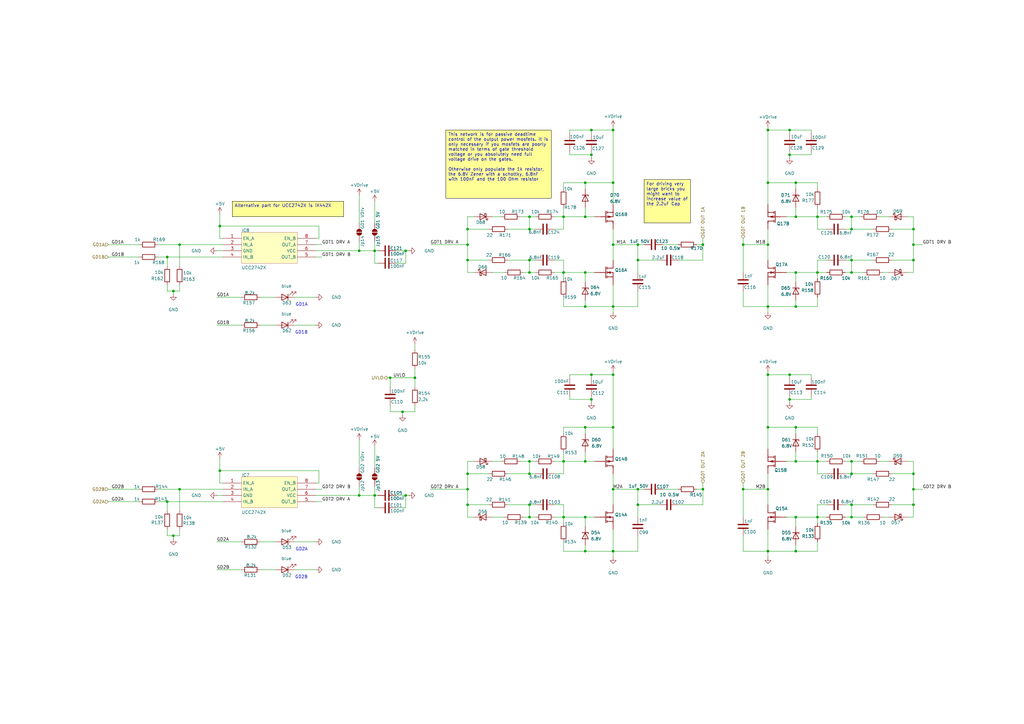
<source format=kicad_sch>
(kicad_sch (version 20231120) (generator "eeschema") (generator_version "8.0")
  (paper "A3")
  (junction (at 326.39 88.9))
  (junction (at 323.85 63.5))
  (junction (at 288.29 100.33))
  (junction (at 374.65 207.01))
  (junction (at 314.96 100.33))
  (junction (at 68.58 105.41))
  (junction (at 90.17 193.04))
  (junction (at 251.46 200.66))
  (junction (at 314.96 74.93))
  (junction (at 261.62 100.33))
  (junction (at 304.8 200.66))
  (junction (at 240.03 175.26))
  (junction (at 217.17 88.9))
  (junction (at 326.39 189.23))
  (junction (at 374.65 106.68))
  (junction (at 335.28 189.23))
  (junction (at 191.77 100.33))
  (junction (at 335.28 88.9))
  (junction (at 165.1 168.91))
  (junction (at 251.46 100.33))
  (junction (at 326.39 74.93))
  (junction (at 251.46 53.34))
  (junction (at 217.17 111.76))
  (junction (at 314.96 175.26))
  (junction (at 170.18 154.94))
  (junction (at 242.57 163.83))
  (junction (at 242.57 153.67))
  (junction (at 314.96 153.67))
  (junction (at 191.77 93.98))
  (junction (at 217.17 207.01))
  (junction (at 166.37 102.87))
  (junction (at 160.02 154.94))
  (junction (at 349.25 189.23))
  (junction (at 191.77 194.31))
  (junction (at 326.39 212.09))
  (junction (at 71.12 119.38))
  (junction (at 191.77 106.68))
  (junction (at 304.8 100.33))
  (junction (at 349.25 212.09))
  (junction (at 166.37 203.2))
  (junction (at 191.77 207.01))
  (junction (at 240.03 88.9))
  (junction (at 326.39 226.06))
  (junction (at 147.32 102.87))
  (junction (at 73.66 200.66))
  (junction (at 349.25 207.01))
  (junction (at 251.46 175.26))
  (junction (at 374.65 194.31))
  (junction (at 251.46 125.73))
  (junction (at 261.62 207.01))
  (junction (at 314.96 200.66))
  (junction (at 251.46 74.93))
  (junction (at 73.66 100.33))
  (junction (at 251.46 153.67))
  (junction (at 217.17 93.98))
  (junction (at 349.25 194.31))
  (junction (at 153.67 102.87))
  (junction (at 240.03 125.73))
  (junction (at 374.65 200.66))
  (junction (at 335.28 111.76))
  (junction (at 240.03 226.06))
  (junction (at 349.25 111.76))
  (junction (at 217.17 106.68))
  (junction (at 240.03 74.93))
  (junction (at 251.46 226.06))
  (junction (at 314.96 125.73))
  (junction (at 323.85 153.67))
  (junction (at 323.85 53.34))
  (junction (at 323.85 163.83))
  (junction (at 231.14 212.09))
  (junction (at 71.12 219.71))
  (junction (at 217.17 194.31))
  (junction (at 242.57 63.5))
  (junction (at 217.17 189.23))
  (junction (at 231.14 88.9))
  (junction (at 242.57 53.34))
  (junction (at 335.28 212.09))
  (junction (at 314.96 53.34))
  (junction (at 261.62 200.66))
  (junction (at 231.14 111.76))
  (junction (at 314.96 226.06))
  (junction (at 153.67 203.2))
  (junction (at 326.39 175.26))
  (junction (at 240.03 189.23))
  (junction (at 288.29 200.66))
  (junction (at 147.32 203.2))
  (junction (at 68.58 205.74))
  (junction (at 349.25 93.98))
  (junction (at 349.25 88.9))
  (junction (at 217.17 212.09))
  (junction (at 374.65 93.98))
  (junction (at 261.62 106.68))
  (junction (at 349.25 106.68))
  (junction (at 240.03 212.09))
  (junction (at 326.39 125.73))
  (junction (at 90.17 92.71))
  (junction (at 374.65 100.33))
  (junction (at 240.03 111.76))
  (junction (at 231.14 189.23))
  (junction (at 191.77 200.66))
  (junction (at 326.39 111.76))
  (wire (pts (xy 326.39 189.23) (xy 322.58 189.23)))
  (wire (pts (xy 68.58 116.84) (xy 68.58 119.38)))
  (wire (pts (xy 91.44 100.33) (xy 73.66 100.33)))
  (wire (pts (xy 332.74 153.67) (xy 323.85 153.67)))
  (wire (pts (xy 242.57 154.94) (xy 242.57 153.67)))
  (wire (pts (xy 153.67 99.06) (xy 153.67 102.87)))
  (wire (pts (xy 326.39 125.73) (xy 314.96 125.73)))
  (wire (pts (xy 88.9 233.68) (xy 99.06 233.68)))
  (wire (pts (xy 153.67 107.95) (xy 153.67 102.87)))
  (wire (pts (xy 170.18 140.97) (xy 170.18 143.51)))
  (wire (pts (xy 147.32 99.06) (xy 147.32 102.87)))
  (wire (pts (xy 240.03 88.9) (xy 240.03 85.09)))
  (wire (pts (xy 314.96 194.31) (xy 314.96 200.66)))
  (wire (pts (xy 365.76 93.98) (xy 374.65 93.98)))
  (wire (pts (xy 201.93 88.9) (xy 205.74 88.9)))
  (wire (pts (xy 44.45 205.74) (xy 57.15 205.74)))
  (wire (pts (xy 88.9 121.92) (xy 99.06 121.92)))
  (wire (pts (xy 323.85 165.1) (xy 323.85 163.83)))
  (wire (pts (xy 278.13 207.01) (xy 288.29 207.01)))
  (wire (pts (xy 208.28 207.01) (xy 217.17 207.01)))
  (wire (pts (xy 68.58 205.74) (xy 68.58 209.55)))
  (wire (pts (xy 349.25 194.31) (xy 346.71 194.31)))
  (wire (pts (xy 349.25 106.68) (xy 346.71 106.68)))
  (wire (pts (xy 162.56 203.2) (xy 166.37 203.2)))
  (wire (pts (xy 240.03 77.47) (xy 240.03 74.93)))
  (wire (pts (xy 251.46 100.33) (xy 251.46 106.68)))
  (wire (pts (xy 166.37 107.95) (xy 166.37 102.87)))
  (wire (pts (xy 68.58 219.71) (xy 71.12 219.71)))
  (wire (pts (xy 346.71 212.09) (xy 349.25 212.09)))
  (wire (pts (xy 73.66 100.33) (xy 73.66 109.22)))
  (wire (pts (xy 147.32 180.34) (xy 147.32 191.77)))
  (wire (pts (xy 44.45 200.66) (xy 57.15 200.66)))
  (wire (pts (xy 374.65 189.23) (xy 372.11 189.23)))
  (wire (pts (xy 88.9 222.25) (xy 99.06 222.25)))
  (wire (pts (xy 231.14 226.06) (xy 240.03 226.06)))
  (wire (pts (xy 335.28 189.23) (xy 339.09 189.23)))
  (wire (pts (xy 349.25 212.09) (xy 349.25 207.01)))
  (wire (pts (xy 374.65 93.98) (xy 374.65 88.9)))
  (wire (pts (xy 90.17 97.79) (xy 91.44 97.79)))
  (wire (pts (xy 261.62 111.76) (xy 261.62 106.68)))
  (wire (pts (xy 314.96 228.6) (xy 314.96 226.06)))
  (wire (pts (xy 251.46 125.73) (xy 251.46 128.27)))
  (wire (pts (xy 251.46 184.15) (xy 251.46 175.26)))
  (wire (pts (xy 349.25 93.98) (xy 346.71 93.98)))
  (wire (pts (xy 322.58 88.9) (xy 326.39 88.9)))
  (wire (pts (xy 304.8 226.06) (xy 314.96 226.06)))
  (wire (pts (xy 323.85 64.77) (xy 323.85 63.5)))
  (wire (pts (xy 326.39 226.06) (xy 314.96 226.06)))
  (wire (pts (xy 170.18 151.13) (xy 170.18 154.94)))
  (wire (pts (xy 360.68 88.9) (xy 364.49 88.9)))
  (wire (pts (xy 261.62 219.71) (xy 261.62 226.06)))
  (wire (pts (xy 349.25 111.76) (xy 354.33 111.76)))
  (wire (pts (xy 147.32 80.01) (xy 147.32 91.44)))
  (wire (pts (xy 191.77 189.23) (xy 191.77 194.31)))
  (wire (pts (xy 349.25 189.23) (xy 349.25 194.31)))
  (wire (pts (xy 326.39 77.47) (xy 326.39 74.93)))
  (wire (pts (xy 227.33 212.09) (xy 231.14 212.09)))
  (wire (pts (xy 251.46 93.98) (xy 251.46 100.33)))
  (wire (pts (xy 73.66 217.17) (xy 73.66 219.71)))
  (wire (pts (xy 132.08 205.74) (xy 129.54 205.74)))
  (wire (pts (xy 217.17 212.09) (xy 219.71 212.09)))
  (wire (pts (xy 106.68 222.25) (xy 113.03 222.25)))
  (wire (pts (xy 326.39 88.9) (xy 335.28 88.9)))
  (wire (pts (xy 191.77 93.98) (xy 200.66 93.98)))
  (wire (pts (xy 129.54 97.79) (xy 130.81 97.79)))
  (wire (pts (xy 288.29 100.33) (xy 285.75 100.33)))
  (wire (pts (xy 231.14 121.92) (xy 231.14 125.73)))
  (wire (pts (xy 231.14 111.76) (xy 240.03 111.76)))
  (wire (pts (xy 240.03 212.09) (xy 231.14 212.09)))
  (wire (pts (xy 361.95 212.09) (xy 364.49 212.09)))
  (wire (pts (xy 208.28 106.68) (xy 217.17 106.68)))
  (wire (pts (xy 153.67 182.88) (xy 153.67 191.77)))
  (wire (pts (xy 217.17 194.31) (xy 219.71 194.31)))
  (wire (pts (xy 261.62 100.33) (xy 264.16 100.33)))
  (wire (pts (xy 335.28 121.92) (xy 335.28 125.73)))
  (wire (pts (xy 285.75 200.66) (xy 288.29 200.66)))
  (wire (pts (xy 323.85 154.94) (xy 323.85 153.67)))
  (wire (pts (xy 90.17 87.63) (xy 90.17 92.71)))
  (wire (pts (xy 217.17 189.23) (xy 219.71 189.23)))
  (wire (pts (xy 335.28 226.06) (xy 326.39 226.06)))
  (wire (pts (xy 240.03 111.76) (xy 240.03 115.57)))
  (wire (pts (xy 191.77 100.33) (xy 191.77 93.98)))
  (wire (pts (xy 261.62 226.06) (xy 251.46 226.06)))
  (wire (pts (xy 158.75 154.94) (xy 160.02 154.94)))
  (wire (pts (xy 44.45 100.33) (xy 57.15 100.33)))
  (wire (pts (xy 132.08 105.41) (xy 129.54 105.41)))
  (wire (pts (xy 233.68 163.83) (xy 233.68 162.56)))
  (wire (pts (xy 314.96 74.93) (xy 314.96 53.34)))
  (wire (pts (xy 378.46 100.33) (xy 374.65 100.33)))
  (wire (pts (xy 73.66 116.84) (xy 73.66 119.38)))
  (wire (pts (xy 132.08 200.66) (xy 129.54 200.66)))
  (wire (pts (xy 314.96 200.66) (xy 314.96 207.01)))
  (wire (pts (xy 240.03 125.73) (xy 251.46 125.73)))
  (wire (pts (xy 240.03 189.23) (xy 240.03 185.42)))
  (wire (pts (xy 314.96 93.98) (xy 314.96 100.33)))
  (wire (pts (xy 154.94 208.28) (xy 153.67 208.28)))
  (wire (pts (xy 191.77 189.23) (xy 194.31 189.23)))
  (wire (pts (xy 233.68 53.34) (xy 242.57 53.34)))
  (wire (pts (xy 191.77 88.9) (xy 194.31 88.9)))
  (wire (pts (xy 120.65 222.25) (xy 129.54 222.25)))
  (wire (pts (xy 349.25 93.98) (xy 358.14 93.98)))
  (wire (pts (xy 227.33 194.31) (xy 231.14 194.31)))
  (wire (pts (xy 360.68 189.23) (xy 364.49 189.23)))
  (wire (pts (xy 120.65 121.92) (xy 129.54 121.92)))
  (wire (pts (xy 304.8 198.12) (xy 304.8 200.66)))
  (wire (pts (xy 153.67 102.87) (xy 154.94 102.87)))
  (wire (pts (xy 323.85 53.34) (xy 314.96 53.34)))
  (wire (pts (xy 231.14 222.25) (xy 231.14 226.06)))
  (wire (pts (xy 326.39 212.09) (xy 322.58 212.09)))
  (wire (pts (xy 339.09 194.31) (xy 335.28 194.31)))
  (wire (pts (xy 323.85 63.5) (xy 323.85 62.23)))
  (wire (pts (xy 326.39 223.52) (xy 326.39 226.06)))
  (wire (pts (xy 201.93 189.23) (xy 205.74 189.23)))
  (wire (pts (xy 314.96 53.34) (xy 314.96 52.07)))
  (wire (pts (xy 314.96 226.06) (xy 314.96 217.17)))
  (wire (pts (xy 349.25 88.9) (xy 349.25 93.98)))
  (wire (pts (xy 162.56 107.95) (xy 166.37 107.95)))
  (wire (pts (xy 240.03 74.93) (xy 251.46 74.93)))
  (wire (pts (xy 213.36 88.9) (xy 217.17 88.9)))
  (wire (pts (xy 68.58 105.41) (xy 68.58 109.22)))
  (wire (pts (xy 153.67 208.28) (xy 153.67 203.2)))
  (wire (pts (xy 304.8 119.38) (xy 304.8 125.73)))
  (wire (pts (xy 68.58 119.38) (xy 71.12 119.38)))
  (wire (pts (xy 71.12 120.65) (xy 71.12 119.38)))
  (wire (pts (xy 162.56 208.28) (xy 166.37 208.28)))
  (wire (pts (xy 278.13 100.33) (xy 271.78 100.33)))
  (wire (pts (xy 233.68 63.5) (xy 233.68 62.23)))
  (wire (pts (xy 88.9 102.87) (xy 91.44 102.87)))
  (wire (pts (xy 71.12 219.71) (xy 73.66 219.71)))
  (wire (pts (xy 323.85 163.83) (xy 323.85 162.56)))
  (wire (pts (xy 106.68 233.68) (xy 113.03 233.68)))
  (wire (pts (xy 68.58 105.41) (xy 91.44 105.41)))
  (wire (pts (xy 326.39 189.23) (xy 326.39 185.42)))
  (wire (pts (xy 326.39 175.26) (xy 314.96 175.26)))
  (wire (pts (xy 64.77 205.74) (xy 68.58 205.74)))
  (wire (pts (xy 304.8 200.66) (xy 314.96 200.66)))
  (wire (pts (xy 242.57 63.5) (xy 233.68 63.5)))
  (wire (pts (xy 191.77 93.98) (xy 191.77 88.9)))
  (wire (pts (xy 335.28 194.31) (xy 335.28 189.23)))
  (wire (pts (xy 243.84 212.09) (xy 240.03 212.09)))
  (wire (pts (xy 251.46 74.93) (xy 251.46 53.34)))
  (wire (pts (xy 191.77 207.01) (xy 191.77 200.66)))
  (wire (pts (xy 335.28 175.26) (xy 335.28 177.8)))
  (wire (pts (xy 217.17 88.9) (xy 219.71 88.9)))
  (wire (pts (xy 349.25 111.76) (xy 349.25 106.68)))
  (wire (pts (xy 217.17 111.76) (xy 217.17 106.68)))
  (wire (pts (xy 242.57 54.61) (xy 242.57 53.34)))
  (wire (pts (xy 323.85 54.61) (xy 323.85 53.34)))
  (wire (pts (xy 231.14 111.76) (xy 231.14 114.3)))
  (wire (pts (xy 335.28 74.93) (xy 335.28 77.47)))
  (wire (pts (xy 243.84 88.9) (xy 240.03 88.9)))
  (wire (pts (xy 349.25 106.68) (xy 358.14 106.68)))
  (wire (pts (xy 201.93 111.76) (xy 207.01 111.76)))
  (wire (pts (xy 314.96 175.26) (xy 314.96 153.67)))
  (wire (pts (xy 304.8 219.71) (xy 304.8 226.06)))
  (wire (pts (xy 242.57 64.77) (xy 242.57 63.5)))
  (wire (pts (xy 335.28 85.09) (xy 335.28 88.9)))
  (wire (pts (xy 251.46 83.82) (xy 251.46 74.93)))
  (wire (pts (xy 160.02 154.94) (xy 170.18 154.94)))
  (wire (pts (xy 335.28 212.09) (xy 339.09 212.09)))
  (wire (pts (xy 227.33 189.23) (xy 231.14 189.23)))
  (wire (pts (xy 332.74 54.61) (xy 332.74 53.34)))
  (wire (pts (xy 160.02 158.75) (xy 160.02 154.94)))
  (wire (pts (xy 191.77 106.68) (xy 200.66 106.68)))
  (wire (pts (xy 231.14 106.68) (xy 231.14 111.76)))
  (wire (pts (xy 120.65 133.35) (xy 129.54 133.35)))
  (wire (pts (xy 240.03 223.52) (xy 240.03 226.06)))
  (wire (pts (xy 304.8 125.73) (xy 314.96 125.73)))
  (wire (pts (xy 349.25 212.09) (xy 354.33 212.09)))
  (wire (pts (xy 251.46 153.67) (xy 251.46 152.4)))
  (wire (pts (xy 73.66 200.66) (xy 73.66 209.55)))
  (wire (pts (xy 346.71 111.76) (xy 349.25 111.76)))
  (wire (pts (xy 304.8 100.33) (xy 314.96 100.33)))
  (wire (pts (xy 288.29 200.66) (xy 288.29 198.12)))
  (wire (pts (xy 170.18 154.94) (xy 170.18 158.75)))
  (wire (pts (xy 191.77 111.76) (xy 191.77 106.68)))
  (wire (pts (xy 288.29 100.33) (xy 288.29 97.79)))
  (wire (pts (xy 261.62 125.73) (xy 251.46 125.73)))
  (wire (pts (xy 372.11 212.09) (xy 374.65 212.09)))
  (wire (pts (xy 365.76 207.01) (xy 374.65 207.01)))
  (wire (pts (xy 335.28 185.42) (xy 335.28 189.23)))
  (wire (pts (xy 242.57 53.34) (xy 251.46 53.34)))
  (wire (pts (xy 68.58 217.17) (xy 68.58 219.71)))
  (wire (pts (xy 314.96 184.15) (xy 314.96 175.26)))
  (wire (pts (xy 231.14 175.26) (xy 231.14 177.8)))
  (wire (pts (xy 349.25 189.23) (xy 353.06 189.23)))
  (wire (pts (xy 270.51 207.01) (xy 261.62 207.01)))
  (wire (pts (xy 153.67 82.55) (xy 153.67 91.44)))
  (wire (pts (xy 176.53 100.33) (xy 191.77 100.33)))
  (wire (pts (xy 365.76 106.68) (xy 374.65 106.68)))
  (wire (pts (xy 374.65 88.9) (xy 372.11 88.9)))
  (wire (pts (xy 231.14 74.93) (xy 231.14 77.47)))
  (wire (pts (xy 214.63 212.09) (xy 217.17 212.09)))
  (wire (pts (xy 326.39 111.76) (xy 326.39 115.57)))
  (wire (pts (xy 68.58 205.74) (xy 91.44 205.74)))
  (wire (pts (xy 130.81 198.12) (xy 130.81 193.04)))
  (wire (pts (xy 227.33 106.68) (xy 231.14 106.68)))
  (wire (pts (xy 217.17 106.68) (xy 219.71 106.68)))
  (wire (pts (xy 332.74 53.34) (xy 323.85 53.34)))
  (wire (pts (xy 227.33 93.98) (xy 231.14 93.98)))
  (wire (pts (xy 374.65 111.76) (xy 374.65 106.68)))
  (wire (pts (xy 231.14 212.09) (xy 231.14 214.63)))
  (wire (pts (xy 314.96 116.84) (xy 314.96 125.73)))
  (wire (pts (xy 154.94 107.95) (xy 153.67 107.95)))
  (wire (pts (xy 335.28 212.09) (xy 335.28 214.63)))
  (wire (pts (xy 326.39 212.09) (xy 326.39 215.9)))
  (wire (pts (xy 240.03 226.06) (xy 251.46 226.06)))
  (wire (pts (xy 261.62 207.01) (xy 261.62 200.66)))
  (wire (pts (xy 147.32 102.87) (xy 129.54 102.87)))
  (wire (pts (xy 374.65 100.33) (xy 374.65 93.98)))
  (wire (pts (xy 251.46 116.84) (xy 251.46 125.73)))
  (wire (pts (xy 243.84 189.23) (xy 240.03 189.23)))
  (wire (pts (xy 339.09 106.68) (xy 335.28 106.68)))
  (wire (pts (xy 231.14 175.26) (xy 240.03 175.26)))
  (wire (pts (xy 314.96 153.67) (xy 314.96 152.4)))
  (wire (pts (xy 194.31 212.09) (xy 191.77 212.09)))
  (wire (pts (xy 332.74 63.5) (xy 332.74 62.23)))
  (wire (pts (xy 346.71 189.23) (xy 349.25 189.23)))
  (wire (pts (xy 349.25 194.31) (xy 358.14 194.31)))
  (wire (pts (xy 106.68 133.35) (xy 113.03 133.35)))
  (wire (pts (xy 314.96 125.73) (xy 314.96 128.27)))
  (wire (pts (xy 374.65 194.31) (xy 374.65 189.23)))
  (wire (pts (xy 335.28 111.76) (xy 335.28 114.3)))
  (wire (pts (xy 90.17 92.71) (xy 90.17 97.79)))
  (wire (pts (xy 335.28 88.9) (xy 339.09 88.9)))
  (wire (pts (xy 44.45 105.41) (xy 57.15 105.41)))
  (wire (pts (xy 314.96 83.82) (xy 314.96 74.93)))
  (wire (pts (xy 147.32 199.39) (xy 147.32 203.2)))
  (wire (pts (xy 335.28 125.73) (xy 326.39 125.73)))
  (wire (pts (xy 201.93 212.09) (xy 207.01 212.09)))
  (wire (pts (xy 323.85 63.5) (xy 332.74 63.5)))
  (wire (pts (xy 335.28 93.98) (xy 335.28 88.9)))
  (wire (pts (xy 361.95 111.76) (xy 364.49 111.76)))
  (wire (pts (xy 374.65 200.66) (xy 374.65 194.31)))
  (wire (pts (xy 166.37 203.2) (xy 167.64 203.2)))
  (wire (pts (xy 335.28 111.76) (xy 326.39 111.76)))
  (wire (pts (xy 153.67 199.39) (xy 153.67 203.2)))
  (wire (pts (xy 349.25 207.01) (xy 346.71 207.01)))
  (wire (pts (xy 240.03 111.76) (xy 243.84 111.76)))
  (wire (pts (xy 339.09 93.98) (xy 335.28 93.98)))
  (wire (pts (xy 208.28 194.31) (xy 217.17 194.31)))
  (wire (pts (xy 217.17 207.01) (xy 219.71 207.01)))
  (wire (pts (xy 64.77 105.41) (xy 68.58 105.41)))
  (wire (pts (xy 304.8 100.33) (xy 304.8 97.79)))
  (wire (pts (xy 191.77 200.66) (xy 191.77 194.31)))
  (wire (pts (xy 240.03 212.09) (xy 240.03 215.9)))
  (wire (pts (xy 231.14 93.98) (xy 231.14 88.9)))
  (wire (pts (xy 304.8 212.09) (xy 304.8 200.66)))
  (wire (pts (xy 335.28 207.01) (xy 335.28 212.09)))
  (wire (pts (xy 132.08 100.33) (xy 129.54 100.33)))
  (wire (pts (xy 242.57 63.5) (xy 242.57 62.23)))
  (wire (pts (xy 233.68 54.61) (xy 233.68 53.34)))
  (wire (pts (xy 217.17 93.98) (xy 219.71 93.98)))
  (wire (pts (xy 191.77 106.68) (xy 191.77 100.33)))
  (wire (pts (xy 349.25 88.9) (xy 353.06 88.9)))
  (wire (pts (xy 251.46 175.26) (xy 251.46 153.67)))
  (wire (pts (xy 130.81 193.04) (xy 90.17 193.04)))
  (wire (pts (xy 170.18 166.37) (xy 170.18 168.91)))
  (wire (pts (xy 231.14 185.42) (xy 231.14 189.23)))
  (wire (pts (xy 288.29 106.68) (xy 288.29 100.33)))
  (wire (pts (xy 323.85 153.67) (xy 314.96 153.67)))
  (wire (pts (xy 242.57 165.1) (xy 242.57 163.83)))
  (wire (pts (xy 165.1 168.91) (xy 170.18 168.91)))
  (wire (pts (xy 191.77 207.01) (xy 200.66 207.01)))
  (wire (pts (xy 208.28 93.98) (xy 217.17 93.98)))
  (wire (pts (xy 90.17 193.04) (xy 90.17 198.12)))
  (wire (pts (xy 106.68 121.92) (xy 113.03 121.92)))
  (wire (pts (xy 213.36 189.23) (xy 217.17 189.23)))
  (wire (pts (xy 231.14 194.31) (xy 231.14 189.23)))
  (wire (pts (xy 372.11 111.76) (xy 374.65 111.76)))
  (wire (pts (xy 288.29 207.01) (xy 288.29 200.66)))
  (wire (pts (xy 64.77 100.33) (xy 73.66 100.33)))
  (wire (pts (xy 191.77 212.09) (xy 191.77 207.01)))
  (wire (pts (xy 240.03 189.23) (xy 231.14 189.23)))
  (wire (pts (xy 335.28 222.25) (xy 335.28 226.06)))
  (wire (pts (xy 335.28 175.26) (xy 326.39 175.26)))
  (wire (pts (xy 314.96 100.33) (xy 314.96 106.68)))
  (wire (pts (xy 242.57 163.83) (xy 242.57 162.56)))
  (wire (pts (xy 227.33 88.9) (xy 231.14 88.9)))
  (wire (pts (xy 304.8 111.76) (xy 304.8 100.33)))
  (wire (pts (xy 120.65 233.68) (xy 129.54 233.68)))
  (wire (pts (xy 166.37 203.2) (xy 166.37 208.28)))
  (wire (pts (xy 251.46 226.06) (xy 251.46 217.17)))
  (wire (pts (xy 326.39 88.9) (xy 326.39 85.09)))
  (wire (pts (xy 194.31 111.76) (xy 191.77 111.76)))
  (wire (pts (xy 217.17 189.23) (xy 217.17 194.31)))
  (wire (pts (xy 231.14 207.01) (xy 231.14 212.09)))
  (wire (pts (xy 326.39 177.8) (xy 326.39 175.26)))
  (wire (pts (xy 326.39 74.93) (xy 314.96 74.93)))
  (wire (pts (xy 335.28 189.23) (xy 326.39 189.23)))
  (wire (pts (xy 231.14 74.93) (xy 240.03 74.93)))
  (wire (pts (xy 240.03 175.26) (xy 251.46 175.26)))
  (wire (pts (xy 153.67 203.2) (xy 147.32 203.2)))
  (wire (pts (xy 240.03 123.19) (xy 240.03 125.73)))
  (wire (pts (xy 332.74 154.94) (xy 332.74 153.67)))
  (wire (pts (xy 271.78 200.66) (xy 278.13 200.66)))
  (wire (pts (xy 233.68 154.94) (xy 233.68 153.67)))
  (wire (pts (xy 251.46 228.6) (xy 251.46 226.06)))
  (wire (pts (xy 130.81 92.71) (xy 90.17 92.71)))
  (wire (pts (xy 88.9 203.2) (xy 91.44 203.2)))
  (wire (pts (xy 160.02 166.37) (xy 160.02 168.91)))
  (wire (pts (xy 214.63 111.76) (xy 217.17 111.76)))
  (wire (pts (xy 365.76 194.31) (xy 374.65 194.31)))
  (wire (pts (xy 90.17 198.12) (xy 91.44 198.12)))
  (wire (pts (xy 217.17 212.09) (xy 217.17 207.01)))
  (wire (pts (xy 242.57 163.83) (xy 233.68 163.83)))
  (wire (pts (xy 231.14 125.73) (xy 240.03 125.73)))
  (wire (pts (xy 147.32 203.2) (xy 129.54 203.2)))
  (wire (pts (xy 335.28 212.09) (xy 326.39 212.09)))
  (wire (pts (xy 191.77 194.31) (xy 200.66 194.31)))
  (wire (pts (xy 64.77 200.66) (xy 73.66 200.66)))
  (wire (pts (xy 71.12 119.38) (xy 73.66 119.38)))
  (wire (pts (xy 326.39 123.19) (xy 326.39 125.73)))
  (wire (pts (xy 261.62 106.68) (xy 261.62 100.33)))
  (wire (pts (xy 374.65 207.01) (xy 374.65 200.66)))
  (wire (pts (xy 227.33 111.76) (xy 231.14 111.76)))
  (wire (pts (xy 71.12 220.98) (xy 71.12 219.71)))
  (wire (pts (xy 231.14 85.09) (xy 231.14 88.9)))
  (wire (pts (xy 240.03 88.9) (xy 231.14 88.9)))
  (wire (pts (xy 129.54 198.12) (xy 130.81 198.12)))
  (wire (pts (xy 217.17 111.76) (xy 219.71 111.76)))
  (wire (pts (xy 251.46 200.66) (xy 251.46 207.01)))
  (wire (pts (xy 251.46 53.34) (xy 251.46 52.07)))
  (wire (pts (xy 346.71 88.9) (xy 349.25 88.9)))
  (wire (pts (xy 233.68 153.67) (xy 242.57 153.67)))
  (wire (pts (xy 90.17 187.96) (xy 90.17 193.04)))
  (wire (pts (xy 160.02 168.91) (xy 165.1 168.91)))
  (wire (pts (xy 162.56 102.87) (xy 166.37 102.87)))
  (wire (pts (xy 374.65 212.09) (xy 374.65 207.01)))
  (wire (pts (xy 217.17 88.9) (xy 217.17 93.98)))
  (wire (pts (xy 278.13 106.68) (xy 288.29 106.68)))
  (wire (pts (xy 153.67 102.87) (xy 147.32 102.87)))
  (wire (pts (xy 335.28 111.76) (xy 339.09 111.76)))
  (wire (pts (xy 323.85 163.83) (xy 332.74 163.83)))
  (wire (pts (xy 227.33 207.01) (xy 231.14 207.01)))
  (wire (pts (xy 374.65 106.68) (xy 374.65 100.33)))
  (wire (pts (xy 251.46 194.31) (xy 251.46 200.66)))
  (wire (pts (xy 166.37 102.87) (xy 167.64 102.87)))
  (wire (pts (xy 176.53 200.66) (xy 191.77 200.66)))
  (wire (pts (xy 326.39 111.76) (xy 322.58 111.76)))
  (wire (pts (xy 130.81 97.79) (xy 130.81 92.71)))
  (wire (pts (xy 270.51 106.68) (xy 261.62 106.68)))
  (wire (pts (xy 349.25 207.01) (xy 358.14 207.01)))
  (wire (pts (xy 378.46 200.66) (xy 374.65 200.66)))
  (wire (pts (xy 332.74 163.83) (xy 332.74 162.56)))
  (wire (pts (xy 261.62 212.09) (xy 261.62 207.01)))
  (wire (pts (xy 88.9 133.35) (xy 99.06 133.35)))
  (wire (pts (xy 251.46 100.33) (xy 261.62 100.33)))
  (wire (pts (xy 335.28 106.68) (xy 335.28 111.76)))
  (wire (pts (xy 261.62 200.66) (xy 251.46 200.66)))
  (wire (pts (xy 261.62 200.66) (xy 264.16 200.66)))
  (wire (pts (xy 335.28 74.93) (xy 326.39 74.93)))
  (wire (pts (xy 240.03 177.8) (xy 240.03 175.26)))
  (wire (pts (xy 339.09 207.01) (xy 335.28 207.01)))
  (wire (pts (xy 261.62 119.38) (xy 261.62 125.73)))
  (wire (pts (xy 154.94 203.2) (xy 153.67 203.2)))
  (wire (pts (xy 91.44 200.66) (xy 73.66 200.66)))
  (wire (pts (xy 165.1 170.18) (xy 165.1 168.91)))
  (wire (pts (xy 242.57 153.67) (xy 251.46 153.67)))
  (text_box "For driving very large bricks you might want to increase value of the 2.2uF Cap" (at 283.21 73.66 0) (size -19.05 17.78) (stroke (width 0) (color 0 0 0 1)) (fill (type color) (color 255 255 150 1)) (effects (font (size 1.27 1.27)) (justify left top)))
  (text_box "This network is for passive deadtime control of the output power mosfets. It is only necessary if you mosfets are poorly matched in terms of gate threshold voltage or you absolutely need full voltage drive on the gates. \n\nOtherwise only populate the 1k resistor, the 6.8V Zener with a schottky, 6.8nF with 100nF and the 100 Ohm resistor" (at 226.06 53.34 0) (size -43.18 27.94) (stroke (width 0) (color 0 0 0 1)) (fill (type color) (color 255 255 150 1)) (effects (font (size 1.27 1.27)) (justify left top)))
  (text_box "Alternative part for UCC2742X is IX442X" (at 140.97 82.55 0) (size -45.72 6.35) (stroke (width 0) (color 0 0 0 1)) (fill (type color) (color 255 255 150 1)) (effects (font (size 1.27 1.27)) (justify left top)))
  (text "GD2A" (at 126.236 226.06 0) (effects (font (size 1.27 1.27)) (justify right bottom)))
  (text "GD2B" (at 126.236 237.49 0) (effects (font (size 1.27 1.27)) (justify right bottom)))
  (text "GD1A" (at 126.236 125.73 0) (effects (font (size 1.27 1.27)) (justify right bottom)))
  (text "GD1B" (at 126.236 137.16 0) (effects (font (size 1.27 1.27)) (justify right bottom)))
  (label "GD2B" (at 45.72 200.66 0))
  (label "GDT2 DRV A" (at 176.53 200.66 0))
  (label "GD1A" (at 88.9 121.92 0))
  (label "GDT1 DRV B" (at 378.46 100.33 0))
  (label "GD2A" (at 88.9 222.25 0))
  (label "UVLO" (at 161.29 154.94 0))
  (label "GDT2 DRV A" (at 132.08 205.74 0))
  (label "GDT2 DRV B" (at 132.08 200.66 0))
  (label "GD1B" (at 45.72 105.41 0))
  (label "GDT2 DRV B" (at 378.46 200.66 0))
  (label "M2A" (at 251.46 200.66 0))
  (label "GD1B" (at 88.9 133.35 0))
  (label "GD2A" (at 45.72 205.74 0))
  (label "M1A" (at 252.73 100.33 0))
  (label "GDT1 DRV B" (at 132.08 105.41 0))
  (label "M1B" (at 309.88 100.33 0))
  (label "GDT1 DRV A" (at 176.53 100.33 0))
  (label "GD1A" (at 45.72 100.33 0))
  (label "GD2B" (at 88.9 233.68 0))
  (label "M2B" (at 309.88 200.66 0))
  (label "GDT1 DRV A" (at 132.08 100.33 0))
  (hierarchical_label "GDT OUT 1B" (shape input) (at 304.8 97.79 90))
  (hierarchical_label "UVLO" (shape output) (at 158.75 154.94 180))
  (hierarchical_label "GD2A" (shape input) (at 44.45 205.74 180))
  (hierarchical_label "GD1A" (shape input) (at 44.45 100.33 180))
  (hierarchical_label "GD1B" (shape input) (at 44.45 105.41 180))
  (hierarchical_label "GDT OUT 2A" (shape input) (at 288.29 198.12 90))
  (hierarchical_label "GDT OUT 2B" (shape input) (at 304.8 198.12 90))
  (hierarchical_label "GDT OUT 1A" (shape input) (at 288.29 97.79 90))
  (hierarchical_label "GD2B" (shape input) (at 44.45 200.66 180))
  (symbol (lib_id "Device:R") (at 231.14 118.11 180) (unit 1)
    (property "Reference" "R159" (at 236.474 121.158 0) (effects (justify left bottom)))
    (property "Value" "10k" (at 234.95 113.792 0) (effects (justify left bottom)))
    (property "Footprint" "Footprints:0603 SMD Component" (effects (hide yes)))
    (property "Description" "Resistor" (effects (hide yes)))
  )
  (symbol (lib_id "UD3_Symbols:GDT Driver powerstage_0_UCC2742X") (at 91.44 198.12 0) (unit 1)
    (property "Reference" "IC7" (at 99.06 195.58 0) (effects (justify left bottom)))
    (property "Value" "UCC2742X" (at 99.06 210.82 0) (effects (justify left bottom)))
    (property "Footprint" "Package_SO:SOIC-8_3.9x4.9mm_P1.27mm" (effects (hide yes)))
    (property "Description" "Dual gate driver" (effects (hide yes)))
  )
  (symbol (lib_id "Device:R") (at 60.96 100.33 90) (unit 1)
    (property "Reference" "R169" (at 67.818 97.536 90) (effects (justify left bottom)))
    (property "Value" "1k" (at 57.658 97.536 90) (effects (justify left bottom)))
    (property "Footprint" "Footprints:0603 SMD Component" (effects (hide yes)))
    (property "Description" "Resistor" (effects (hide yes)))
  )
  (symbol (lib_id "Device:R") (at 102.87 233.68 90) (unit 1)
    (property "Reference" "R131" (at 105.156 235.204 90) (effects (justify left bottom)))
    (property "Value" "8.2k" (at 105.156 231.14 90) (effects (justify left bottom)))
    (property "Footprint" "Footprints:0603 SMD Component" (effects (hide yes)))
    (property "Description" "Resistor" (effects (hide yes)))
  )
  (symbol (lib_id "Device:LED") (at 116.84 121.92 180) (unit 1)
    (property "Reference" "D63" (at 119.634 123.444 0) (effects (justify left bottom)))
    (property "Value" "blue" (at 119.634 116.586 0) (effects (justify left bottom)))
    (property "Footprint" "Footprints:LED 1206 Reverse Mount" (effects (hide yes)))
    (property "Description" "Light emitting diode" (effects (hide yes)))
    (property "SUPPLIER 1" "Digi-Key" (effects (hide yes)))
    (property "SUPPLIER 2" "Digi-Key" (effects (hide yes)))
    (property "SUPPLIER 3" "Digi-Key" (effects (hide yes)))
    (property "SUPPLIER 4" "Digi-Key" (effects (hide yes)))
    (property "SUPPLIER PART NUMBER 1" "732-4979-1-ND" (effects (hide yes)))
    (property "SUPPLIER PART NUMBER 2" "732-4971-1-ND" (effects (hide yes)))
    (property "SUPPLIER PART NUMBER 3" "732-4966-1-ND" (effects (hide yes)))
    (property "SUPPLIER PART NUMBER 4" "732-4981-1-ND" (effects (hide yes)))
  )
  (symbol (lib_id "Device:D_Schottky") (at 198.12 88.9 180) (unit 1)
    (property "Reference" "D68" (at 199.136 90.424 0) (effects (justify left bottom)))
    (property "Value" "Schottky 30V 100mA" (effects (hide yes)))
    (property "Footprint" "Diode_SMD:D_SOD-523" (effects (hide yes)))
    (property "Description" "Schottky diode" (effects (hide yes)))
    (property "SUPPLIER 1" "Digi-Key" (effects (hide yes)))
    (property "SUPPLIER PART NUMBER 1" "MBR10100GOS-ND" (effects (hide yes)))
    (property "SUPPLIER 2" "Digi-Key" (effects (hide yes)))
    (property "SUPPLIER PART NUMBER 2" "1655-1504-1-ND" (effects (hide yes)))
  )
  (symbol (lib_id "UD3_Symbols:GDT Driver powerstage_0_Mosfet 1N1P") (at 248.92 111.76 0) (unit 1)
    (property "Reference" "Q16" (at 252.222 111.506 0) (effects (justify left bottom)))
    (property "Value" "Mosfet 1N1P" (effects (hide yes)))
    (property "Footprint" "Footprints:SO-8FL - Dual" (effects (hide yes)))
    (property "Description" "Dual Mosfet, one N & P channel resp." (effects (hide yes)))
    (property "SUPPLIER 1" "Digi-Key" (effects (hide yes)))
  )
  (symbol (lib_id "Device:C") (at 223.52 93.98 90) (unit 1)
    (property "Reference" "C124" (at 229.616 94.488 90) (effects (justify left bottom)))
    (property "Value" "6.8nF" (at 222.25 94.488 90) (effects (justify left bottom)))
    (property "Footprint" "Footprints:0603 SMD Component" (effects (hide yes)))
    (property "Description" "Unpolarized capacitor" (effects (hide yes)))
    (property "SUPPLIER 1" "Digi-Key" (effects (hide yes)))
    (property "SUPPLIER 2" "Digi-Key" (effects (hide yes)))
    (property "SUPPLIER 3" "Digi-Key" (effects (hide yes)))
    (property "SUPPLIER PART NUMBER 1" "1276-2044-1-ND" (effects (hide yes)))
    (property "SUPPLIER PART NUMBER 2" "1276-1018-1-ND" (effects (hide yes)))
    (property "SUPPLIER PART NUMBER 3" "1276-1182-1-ND" (effects (hide yes)))
    (property "SUPPLIER 4" "Digi-Key" (effects (hide yes)))
    (property "SUPPLIER 5" "Digi-Key" (effects (hide yes)))
    (property "SUPPLIER 6" "Digi-Key" (effects (hide yes)))
    (property "SUPPLIER 7" "Digi-Key" (effects (hide yes)))
    (property "SUPPLIER 8" "Digi-Key" (effects (hide yes)))
    (property "SUPPLIER 9" "Digi-Key" (effects (hide yes)))
    (property "SUPPLIER PART NUMBER 4" "1276-1009-1-ND" (effects (hide yes)))
    (property "SUPPLIER PART NUMBER 5" "1276-1098-1-ND" (effects (hide yes)))
    (property "SUPPLIER PART NUMBER 6" "1276-1119-1-ND" (effects (hide yes)))
    (property "SUPPLIER PART NUMBER 7" "490-12737-1-ND" (effects (hide yes)))
    (property "SUPPLIER PART NUMBER 9" "587-1249-1-ND" (effects (hide yes)))
    (property "SUPPLIER PART NUMBER 8" "1276-1183-1-ND" (effects (hide yes)))
    (property "SUPPLIER 10" "Digi-Key" (effects (hide yes)))
    (property "SUPPLIER 11" "Digi-Key" (effects (hide yes)))
    (property "SUPPLIER 12" "Digi-Key" (effects (hide yes)))
    (property "SUPPLIER 13" "Digi-Key" (effects (hide yes)))
    (property "SUPPLIER PART NUMBER 10" "1276-CL10B104KB8NNNLCT-ND" (effects (hide yes)))
    (property "SUPPLIER PART NUMBER 11" "399-1085-1-ND" (effects (hide yes)))
    (property "SUPPLIER PART NUMBER 13" "587-2985-1-ND" (effects (hide yes)))
    (property "SUPPLIER PART NUMBER 12" "1276-1021-1-ND" (effects (hide yes)))
    (property "SUPPLIER 14" "Digi-Key" (effects (hide yes)))
    (property "SUPPLIER 15" "Digi-Key" (effects (hide yes)))
    (property "SUPPLIER 16" "Digi-Key" (effects (hide yes)))
    (property "SUPPLIER 17" "Digi-Key" (effects (hide yes)))
    (property "SUPPLIER 18" "Digi-Key" (effects (hide yes)))
    (property "SUPPLIER 19" "Digi-Key" (effects (hide yes)))
    (property "SUPPLIER PART NUMBER 14" "490-14603-1-ND" (effects (hide yes)))
    (property "SUPPLIER PART NUMBER 15" "311-3700-1-ND" (effects (hide yes)))
    (property "SUPPLIER PART NUMBER 16" "311-1042-1-ND" (effects (hide yes)))
    (property "SUPPLIER PART NUMBER 17" "311-1415-1-ND" (effects (hide yes)))
    (property "SUPPLIER PART NUMBER 19" "587-4321-1-ND" (effects (hide yes)))
    (property "SUPPLIER PART NUMBER 18" "1276-1907-1-ND" (effects (hide yes)))
    (property "SUPPLIER 20" "Digi-Key" (effects (hide yes)))
    (property "SUPPLIER 21" "Digi-Key" (effects (hide yes)))
    (property "SUPPLIER 22" "Digi-Key" (effects (hide yes)))
    (property "SUPPLIER PART NUMBER 20" "1276-6767-1-ND" (effects (hide yes)))
    (property "SUPPLIER PART NUMBER 21" "1276-7060-1-ND" (effects (hide yes)))
    (property "SUPPLIER PART NUMBER 22" "311-1084-1-ND" (effects (hide yes)))
  )
  (symbol (lib_id "power:GND") (at 88.9 203.2 270) (unit 1)
    (property "Reference" "#PWR089" (effects (hide yes)))
    (property "Value" "GND" (at 82.55 203.2 90) (effects (justify right)))
    (property "Description" "Power symbol creates a global label with name \"GND\" , ground" (effects (hide yes)))
  )
  (symbol (lib_id "power:Vdrive") (at 314.96 52.07 0) (unit 1)
    (property "Reference" "#PWR0110" (effects (hide yes)))
    (property "Value" "+VDrive" (at 314.96 48.006 0))
  )
  (symbol (lib_id "UD3_Symbols:GDT Driver powerstage_0_Mosfet 1N1P") (at 248.92 189.23 0) (unit 2)
    (property "Reference" "Q14" (at 252.222 188.976 0) (effects (justify left bottom)))
    (property "Value" "Mosfet 1N1P" (effects (hide yes)))
    (property "Footprint" "Footprints:SO-8FL - Dual" (effects (hide yes)))
    (property "Description" "Dual Mosfet, one N & P channel resp." (effects (hide yes)))
    (property "SUPPLIER 1" "Digi-Key" (effects (hide yes)))
  )
  (symbol (lib_id "Device:R") (at 281.94 100.33 90) (unit 1)
    (property "Reference" "R170" (at 288.29 101.092 90) (effects (justify left bottom)))
    (property "Value" "10 0.5W" (at 279.146 101.092 90) (effects (justify left bottom)))
    (property "Footprint" "Footprints:1210 SMD Component" (effects (hide yes)))
    (property "Description" "Resistor" (effects (hide yes)))
  )
  (symbol (lib_id "Device:R") (at 335.28 81.28 180) (unit 1)
    (property "Reference" "R177" (at 334.01 81.534 0) (effects (justify left bottom)))
    (property "Value" "10k" (at 334.01 78.994 0) (effects (justify left bottom)))
    (property "Footprint" "Footprints:0603 SMD Component" (effects (hide yes)))
    (property "Description" "Resistor" (effects (hide yes)))
  )
  (symbol (lib_id "Device:R") (at 223.52 88.9 90) (unit 1)
    (property "Reference" "R174" (at 229.108 86.106 90) (effects (justify left bottom)))
    (property "Value" "10k" (at 221.488 86.106 90) (effects (justify left bottom)))
    (property "Footprint" "Footprints:0603 SMD Component" (effects (hide yes)))
    (property "Description" "Resistor" (effects (hide yes)))
  )
  (symbol (lib_id "Device:R") (at 342.9 111.76 270) (unit 1)
    (property "Reference" "R160" (at 336.296 114.808 90) (effects (justify left bottom)))
    (property "Value" "10k" (at 345.186 114.808 90) (effects (justify left bottom)))
    (property "Footprint" "Footprints:0603 SMD Component" (effects (hide yes)))
    (property "Description" "Resistor" (effects (hide yes)))
  )
  (symbol (lib_id "power:+5V") (at 90.17 187.96 0) (unit 1)
    (property "Reference" "#PWR091" (effects (hide yes)))
    (property "Value" "+5V" (at 90.17 184.15 0))
  )
  (symbol (lib_id "Device:R") (at 335.28 218.44 180) (unit 1)
    (property "Reference" "R133" (at 334.01 219.202 0) (effects (justify left bottom)))
    (property "Value" "10k" (at 334.01 216.662 0) (effects (justify left bottom)))
    (property "Footprint" "Footprints:0603 SMD Component" (effects (hide yes)))
    (property "Description" "Resistor" (effects (hide yes)))
  )
  (symbol (lib_id "Device:R") (at 223.52 189.23 90) (unit 1)
    (property "Reference" "R149" (at 229.616 186.436 90) (effects (justify left bottom)))
    (property "Value" "10k" (at 221.996 186.436 90) (effects (justify left bottom)))
    (property "Footprint" "Footprints:0603 SMD Component" (effects (hide yes)))
    (property "Description" "Resistor" (effects (hide yes)))
  )
  (symbol (lib_id "Device:D_Zener") (at 326.39 81.28 270) (unit 1)
    (property "Reference" "D71" (at 320.294 80.772 90) (effects (justify left bottom)))
    (property "Value" "6.8V" (at 320.294 83.312 90) (effects (justify left bottom)))
    (property "Footprint" "Diode_SMD:D_SOD-523" (effects (hide yes)))
    (property "Description" "Zener diode" (effects (hide yes)))
    (property "SUPPLIER 1" "Digi-Key" (effects (hide yes)))
    (property "SUPPLIER PART NUMBER 1" "UCLAMP3301HCT-ND" (effects (hide yes)))
  )
  (symbol (lib_id "Device:C") (at 342.9 194.31 270) (unit 1)
    (property "Reference" "C109" (at 336.55 196.342 90) (effects (justify left bottom)))
    (property "Value" "6.8nF" (at 344.17 196.342 90) (effects (justify left bottom)))
    (property "Footprint" "Footprints:0603 SMD Component" (effects (hide yes)))
    (property "Description" "Unpolarized capacitor" (effects (hide yes)))
    (property "SUPPLIER 1" "Digi-Key" (effects (hide yes)))
    (property "SUPPLIER 2" "Digi-Key" (effects (hide yes)))
    (property "SUPPLIER 3" "Digi-Key" (effects (hide yes)))
    (property "SUPPLIER PART NUMBER 1" "1276-2044-1-ND" (effects (hide yes)))
    (property "SUPPLIER PART NUMBER 2" "1276-1018-1-ND" (effects (hide yes)))
    (property "SUPPLIER PART NUMBER 3" "1276-1182-1-ND" (effects (hide yes)))
    (property "SUPPLIER 4" "Digi-Key" (effects (hide yes)))
    (property "SUPPLIER 5" "Digi-Key" (effects (hide yes)))
    (property "SUPPLIER 6" "Digi-Key" (effects (hide yes)))
    (property "SUPPLIER 7" "Digi-Key" (effects (hide yes)))
    (property "SUPPLIER 8" "Digi-Key" (effects (hide yes)))
    (property "SUPPLIER 9" "Digi-Key" (effects (hide yes)))
    (property "SUPPLIER PART NUMBER 4" "1276-1009-1-ND" (effects (hide yes)))
    (property "SUPPLIER PART NUMBER 5" "1276-1098-1-ND" (effects (hide yes)))
    (property "SUPPLIER PART NUMBER 6" "1276-1119-1-ND" (effects (hide yes)))
    (property "SUPPLIER PART NUMBER 7" "490-12737-1-ND" (effects (hide yes)))
    (property "SUPPLIER PART NUMBER 9" "587-1249-1-ND" (effects (hide yes)))
    (property "SUPPLIER PART NUMBER 8" "1276-1183-1-ND" (effects (hide yes)))
    (property "SUPPLIER 10" "Digi-Key" (effects (hide yes)))
    (property "SUPPLIER 11" "Digi-Key" (effects (hide yes)))
    (property "SUPPLIER 12" "Digi-Key" (effects (hide yes)))
    (property "SUPPLIER 13" "Digi-Key" (effects (hide yes)))
    (property "SUPPLIER PART NUMBER 10" "1276-CL10B104KB8NNNLCT-ND" (effects (hide yes)))
    (property "SUPPLIER PART NUMBER 11" "399-1085-1-ND" (effects (hide yes)))
    (property "SUPPLIER PART NUMBER 13" "587-2985-1-ND" (effects (hide yes)))
    (property "SUPPLIER PART NUMBER 12" "1276-1021-1-ND" (effects (hide yes)))
    (property "SUPPLIER 14" "Digi-Key" (effects (hide yes)))
    (property "SUPPLIER 15" "Digi-Key" (effects (hide yes)))
    (property "SUPPLIER 16" "Digi-Key" (effects (hide yes)))
    (property "SUPPLIER 17" "Digi-Key" (effects (hide yes)))
    (property "SUPPLIER 18" "Digi-Key" (effects (hide yes)))
    (property "SUPPLIER 19" "Digi-Key" (effects (hide yes)))
    (property "SUPPLIER PART NUMBER 14" "490-14603-1-ND" (effects (hide yes)))
    (property "SUPPLIER PART NUMBER 15" "311-3700-1-ND" (effects (hide yes)))
    (property "SUPPLIER PART NUMBER 16" "311-1042-1-ND" (effects (hide yes)))
    (property "SUPPLIER PART NUMBER 17" "311-1415-1-ND" (effects (hide yes)))
    (property "SUPPLIER PART NUMBER 19" "587-4321-1-ND" (effects (hide yes)))
    (property "SUPPLIER PART NUMBER 18" "1276-1907-1-ND" (effects (hide yes)))
    (property "SUPPLIER 20" "Digi-Key" (effects (hide yes)))
    (property "SUPPLIER 21" "Digi-Key" (effects (hide yes)))
    (property "SUPPLIER 22" "Digi-Key" (effects (hide yes)))
    (property "SUPPLIER PART NUMBER 20" "1276-6767-1-ND" (effects (hide yes)))
    (property "SUPPLIER PART NUMBER 21" "1276-7060-1-ND" (effects (hide yes)))
    (property "SUPPLIER PART NUMBER 22" "311-1084-1-ND" (effects (hide yes)))
  )
  (symbol (lib_id "power:Vdrive") (at 251.46 152.4 0) (unit 1)
    (property "Reference" "#PWR0108" (effects (hide yes)))
    (property "Value" "+VDrive" (at 251.46 148.336 0))
  )
  (symbol (lib_id "Device:R") (at 210.82 111.76 90) (unit 1)
    (property "Reference" "R164" (at 215.646 113.284 90) (effects (justify left bottom)))
    (property "Value" "10" (at 208.026 113.284 90) (effects (justify left bottom)))
    (property "Footprint" "Footprints:0603 SMD Component" (effects (hide yes)))
    (property "Description" "Resistor" (effects (hide yes)))
  )
  (symbol (lib_id "power:GND") (at 314.96 128.27 0) (unit 1)
    (property "Reference" "#PWR0111" (effects (hide yes)))
    (property "Value" "GND" (at 314.96 134.62 0))
    (property "Description" "Power symbol creates a global label with name \"GND\" , ground" (effects (hide yes)))
  )
  (symbol (lib_id "power:Vdrive") (at 147.32 180.34 0) (unit 1)
    (property "Reference" "#PWR097" (effects (hide yes)))
    (property "Value" "+VDrive" (at 147.32 176.022 0))
  )
  (symbol (lib_id "power:+5V") (at 153.67 82.55 0) (unit 1)
    (property "Reference" "#PWR098" (effects (hide yes)))
    (property "Value" "+5V" (at 153.67 78.486 0))
  )
  (symbol (lib_id "Device:R") (at 73.66 213.36 180) (unit 1)
    (property "Reference" "R138" (at 80.01 213.868 0) (effects (justify left bottom)))
    (property "Value" "10k" (at 78.74 211.582 0) (effects (justify left bottom)))
    (property "Footprint" "Footprints:0603 SMD Component" (effects (hide yes)))
    (property "Description" "Resistor" (effects (hide yes)))
  )
  (symbol (lib_id "power:GND") (at 251.46 228.6 0) (unit 1)
    (property "Reference" "#PWR0109" (effects (hide yes)))
    (property "Value" "GND" (at 251.46 234.95 0))
    (property "Description" "Power symbol creates a global label with name \"GND\" , ground" (effects (hide yes)))
  )
  (symbol (lib_id "power:GND") (at 323.85 64.77 0) (unit 1)
    (property "Reference" "#PWR0114" (effects (hide yes)))
    (property "Value" "GND" (at 323.85 71.12 0))
    (property "Description" "Power symbol creates a global label with name \"GND\" , ground" (effects (hide yes)))
  )
  (symbol (lib_id "Device:C") (at 158.75 203.2 90) (unit 1)
    (property "Reference" "C105" (at 165.1 201.422 90) (effects (justify left bottom)))
    (property "Value" "100nF" (at 166.116 203.708 90) (effects (justify left bottom)))
    (property "Footprint" "Footprints:0603 SMD Component" (effects (hide yes)))
    (property "Description" "Unpolarized capacitor" (effects (hide yes)))
    (property "SUPPLIER 1" "Digi-Key" (effects (hide yes)))
    (property "SUPPLIER 2" "Digi-Key" (effects (hide yes)))
    (property "SUPPLIER 3" "Digi-Key" (effects (hide yes)))
    (property "SUPPLIER PART NUMBER 1" "1276-2044-1-ND" (effects (hide yes)))
    (property "SUPPLIER PART NUMBER 2" "1276-1018-1-ND" (effects (hide yes)))
    (property "SUPPLIER PART NUMBER 3" "1276-1182-1-ND" (effects (hide yes)))
    (property "SUPPLIER 4" "Digi-Key" (effects (hide yes)))
    (property "SUPPLIER 5" "Digi-Key" (effects (hide yes)))
    (property "SUPPLIER 6" "Digi-Key" (effects (hide yes)))
    (property "SUPPLIER 7" "Digi-Key" (effects (hide yes)))
    (property "SUPPLIER 8" "Digi-Key" (effects (hide yes)))
    (property "SUPPLIER 9" "Digi-Key" (effects (hide yes)))
    (property "SUPPLIER PART NUMBER 4" "1276-1009-1-ND" (effects (hide yes)))
    (property "SUPPLIER PART NUMBER 5" "1276-1098-1-ND" (effects (hide yes)))
    (property "SUPPLIER PART NUMBER 6" "1276-1119-1-ND" (effects (hide yes)))
    (property "SUPPLIER PART NUMBER 7" "490-12737-1-ND" (effects (hide yes)))
    (property "SUPPLIER PART NUMBER 9" "587-1249-1-ND" (effects (hide yes)))
    (property "SUPPLIER PART NUMBER 8" "1276-1183-1-ND" (effects (hide yes)))
    (property "SUPPLIER 10" "Digi-Key" (effects (hide yes)))
    (property "SUPPLIER 11" "Digi-Key" (effects (hide yes)))
    (property "SUPPLIER 12" "Digi-Key" (effects (hide yes)))
    (property "SUPPLIER 13" "Digi-Key" (effects (hide yes)))
    (property "SUPPLIER PART NUMBER 10" "1276-CL10B104KB8NNNLCT-ND" (effects (hide yes)))
    (property "SUPPLIER PART NUMBER 11" "399-1085-1-ND" (effects (hide yes)))
    (property "SUPPLIER PART NUMBER 13" "587-2985-1-ND" (effects (hide yes)))
    (property "SUPPLIER PART NUMBER 12" "1276-1021-1-ND" (effects (hide yes)))
    (property "SUPPLIER 14" "Digi-Key" (effects (hide yes)))
    (property "SUPPLIER 15" "Digi-Key" (effects (hide yes)))
    (property "SUPPLIER 16" "Digi-Key" (effects (hide yes)))
    (property "SUPPLIER 17" "Digi-Key" (effects (hide yes)))
    (property "SUPPLIER 18" "Digi-Key" (effects (hide yes)))
    (property "SUPPLIER 19" "Digi-Key" (effects (hide yes)))
    (property "SUPPLIER PART NUMBER 14" "490-14603-1-ND" (effects (hide yes)))
    (property "SUPPLIER PART NUMBER 15" "311-3700-1-ND" (effects (hide yes)))
    (property "SUPPLIER PART NUMBER 16" "311-1042-1-ND" (effects (hide yes)))
    (property "SUPPLIER PART NUMBER 17" "311-1415-1-ND" (effects (hide yes)))
    (property "SUPPLIER PART NUMBER 19" "587-4321-1-ND" (effects (hide yes)))
    (property "SUPPLIER PART NUMBER 18" "1276-1907-1-ND" (effects (hide yes)))
    (property "SUPPLIER 20" "Digi-Key" (effects (hide yes)))
    (property "SUPPLIER 21" "Digi-Key" (effects (hide yes)))
    (property "SUPPLIER 22" "Digi-Key" (effects (hide yes)))
    (property "SUPPLIER PART NUMBER 20" "1276-6767-1-ND" (effects (hide yes)))
    (property "SUPPLIER PART NUMBER 21" "1276-7060-1-ND" (effects (hide yes)))
    (property "SUPPLIER PART NUMBER 22" "311-1084-1-ND" (effects (hide yes)))
  )
  (symbol (lib_id "power:GND") (at 323.85 165.1 0) (unit 1)
    (property "Reference" "#PWR0115" (effects (hide yes)))
    (property "Value" "GND" (at 323.85 171.45 0))
    (property "Description" "Power symbol creates a global label with name \"GND\" , ground" (effects (hide yes)))
  )
  (symbol (lib_id "Device:R") (at 358.14 212.09 270) (unit 1)
    (property "Reference" "R136" (at 351.79 215.138 90) (effects (justify left bottom)))
    (property "Value" "10" (at 360.68 215.138 90) (effects (justify left bottom)))
    (property "Footprint" "Footprints:0603 SMD Component" (effects (hide yes)))
    (property "Description" "Resistor" (effects (hide yes)))
  )
  (symbol (lib_id "power:+5V") (at 90.17 87.63 0) (unit 1)
    (property "Reference" "#PWR090" (effects (hide yes)))
    (property "Value" "+5V" (at 90.17 83.566 0))
  )
  (symbol (lib_id "Device:R") (at 281.94 200.66 90) (unit 1)
    (property "Reference" "R145" (at 288.036 202.184 90) (effects (justify left bottom)))
    (property "Value" "10 0.5W" (at 278.638 202.184 90) (effects (justify left bottom)))
    (property "Footprint" "Footprints:1210 SMD Component" (effects (hide yes)))
    (property "Description" "Resistor" (effects (hide yes)))
  )
  (symbol (lib_id "power:Vdrive") (at 170.18 140.97 0) (unit 1)
    (property "Reference" "#PWR0103" (effects (hide yes)))
    (property "Value" "+VDrive" (at 170.18 136.398 0))
  )
  (symbol (lib_id "Device:R") (at 60.96 105.41 90) (unit 1)
    (property "Reference" "R168" (at 67.564 106.934 90) (effects (justify left bottom)))
    (property "Value" "1k" (at 57.404 106.934 90) (effects (justify left bottom)))
    (property "Footprint" "Footprints:0603 SMD Component" (effects (hide yes)))
    (property "Description" "Resistor" (effects (hide yes)))
  )
  (symbol (lib_id "Device:C") (at 223.52 207.01 90) (unit 1)
    (property "Reference" "C103" (at 229.87 205.232 90) (effects (justify left bottom)))
    (property "Value" "6.8nF" (at 222.504 205.232 90) (effects (justify left bottom)))
    (property "Footprint" "Footprints:0603 SMD Component" (effects (hide yes)))
    (property "Description" "Unpolarized capacitor" (effects (hide yes)))
    (property "SUPPLIER 1" "Digi-Key" (effects (hide yes)))
    (property "SUPPLIER 2" "Digi-Key" (effects (hide yes)))
    (property "SUPPLIER 3" "Digi-Key" (effects (hide yes)))
    (property "SUPPLIER PART NUMBER 1" "1276-2044-1-ND" (effects (hide yes)))
    (property "SUPPLIER PART NUMBER 2" "1276-1018-1-ND" (effects (hide yes)))
    (property "SUPPLIER PART NUMBER 3" "1276-1182-1-ND" (effects (hide yes)))
    (property "SUPPLIER 4" "Digi-Key" (effects (hide yes)))
    (property "SUPPLIER 5" "Digi-Key" (effects (hide yes)))
    (property "SUPPLIER 6" "Digi-Key" (effects (hide yes)))
    (property "SUPPLIER 7" "Digi-Key" (effects (hide yes)))
    (property "SUPPLIER 8" "Digi-Key" (effects (hide yes)))
    (property "SUPPLIER 9" "Digi-Key" (effects (hide yes)))
    (property "SUPPLIER PART NUMBER 4" "1276-1009-1-ND" (effects (hide yes)))
    (property "SUPPLIER PART NUMBER 5" "1276-1098-1-ND" (effects (hide yes)))
    (property "SUPPLIER PART NUMBER 6" "1276-1119-1-ND" (effects (hide yes)))
    (property "SUPPLIER PART NUMBER 7" "490-12737-1-ND" (effects (hide yes)))
    (property "SUPPLIER PART NUMBER 9" "587-1249-1-ND" (effects (hide yes)))
    (property "SUPPLIER PART NUMBER 8" "1276-1183-1-ND" (effects (hide yes)))
    (property "SUPPLIER 10" "Digi-Key" (effects (hide yes)))
    (property "SUPPLIER 11" "Digi-Key" (effects (hide yes)))
    (property "SUPPLIER 12" "Digi-Key" (effects (hide yes)))
    (property "SUPPLIER 13" "Digi-Key" (effects (hide yes)))
    (property "SUPPLIER PART NUMBER 10" "1276-CL10B104KB8NNNLCT-ND" (effects (hide yes)))
    (property "SUPPLIER PART NUMBER 11" "399-1085-1-ND" (effects (hide yes)))
    (property "SUPPLIER PART NUMBER 13" "587-2985-1-ND" (effects (hide yes)))
    (property "SUPPLIER PART NUMBER 12" "1276-1021-1-ND" (effects (hide yes)))
    (property "SUPPLIER 14" "Digi-Key" (effects (hide yes)))
    (property "SUPPLIER 15" "Digi-Key" (effects (hide yes)))
    (property "SUPPLIER 16" "Digi-Key" (effects (hide yes)))
    (property "SUPPLIER 17" "Digi-Key" (effects (hide yes)))
    (property "SUPPLIER 18" "Digi-Key" (effects (hide yes)))
    (property "SUPPLIER 19" "Digi-Key" (effects (hide yes)))
    (property "SUPPLIER PART NUMBER 14" "490-14603-1-ND" (effects (hide yes)))
    (property "SUPPLIER PART NUMBER 15" "311-3700-1-ND" (effects (hide yes)))
    (property "SUPPLIER PART NUMBER 16" "311-1042-1-ND" (effects (hide yes)))
    (property "SUPPLIER PART NUMBER 17" "311-1415-1-ND" (effects (hide yes)))
    (property "SUPPLIER PART NUMBER 19" "587-4321-1-ND" (effects (hide yes)))
    (property "SUPPLIER PART NUMBER 18" "1276-1907-1-ND" (effects (hide yes)))
    (property "SUPPLIER 20" "Digi-Key" (effects (hide yes)))
    (property "SUPPLIER 21" "Digi-Key" (effects (hide yes)))
    (property "SUPPLIER 22" "Digi-Key" (effects (hide yes)))
    (property "SUPPLIER PART NUMBER 20" "1276-6767-1-ND" (effects (hide yes)))
    (property "SUPPLIER PART NUMBER 21" "1276-7060-1-ND" (effects (hide yes)))
    (property "SUPPLIER PART NUMBER 22" "311-1084-1-ND" (effects (hide yes)))
  )
  (symbol (lib_id "Device:D_Schottky") (at 198.12 111.76 0) (unit 1)
    (property "Reference" "D66" (at 196.088 110.236 0) (effects (justify left bottom)))
    (property "Value" "Schottky 30V 100mA" (effects (hide yes)))
    (property "Footprint" "Diode_SMD:D_SOD-523" (effects (hide yes)))
    (property "Description" "Schottky diode" (effects (hide yes)))
    (property "SUPPLIER 1" "Digi-Key" (effects (hide yes)))
    (property "SUPPLIER PART NUMBER 1" "MBR10100GOS-ND" (effects (hide yes)))
    (property "SUPPLIER 2" "Digi-Key" (effects (hide yes)))
    (property "SUPPLIER PART NUMBER 2" "1655-1504-1-ND" (effects (hide yes)))
  )
  (symbol (lib_id "Device:D_Schottky") (at 198.12 189.23 180) (unit 1)
    (property "Reference" "D58" (at 199.136 190.754 0) (effects (justify left bottom)))
    (property "Value" "Schottky 30V 100mA" (effects (hide yes)))
    (property "Footprint" "Diode_SMD:D_SOD-523" (effects (hide yes)))
    (property "Description" "Schottky diode" (effects (hide yes)))
    (property "SUPPLIER 1" "Digi-Key" (effects (hide yes)))
    (property "SUPPLIER PART NUMBER 1" "MBR10100GOS-ND" (effects (hide yes)))
    (property "SUPPLIER 2" "Digi-Key" (effects (hide yes)))
    (property "SUPPLIER PART NUMBER 2" "1655-1504-1-ND" (effects (hide yes)))
  )
  (symbol (lib_id "power:GND") (at 88.9 102.87 270) (unit 1)
    (property "Reference" "#PWR088" (effects (hide yes)))
    (property "Value" "GND" (at 82.55 102.87 90) (effects (justify right)))
    (property "Description" "Power symbol creates a global label with name \"GND\" , ground" (effects (hide yes)))
  )
  (symbol (lib_id "Device:D_Schottky") (at 368.3 88.9 0) (unit 1)
    (property "Reference" "D69" (at 366.268 87.376 0) (effects (justify left bottom)))
    (property "Value" "Schottky 30V 100mA" (effects (hide yes)))
    (property "Footprint" "Diode_SMD:D_SOD-523" (effects (hide yes)))
    (property "Description" "Schottky diode" (effects (hide yes)))
    (property "SUPPLIER 1" "Digi-Key" (effects (hide yes)))
    (property "SUPPLIER PART NUMBER 1" "MBR10100GOS-ND" (effects (hide yes)))
    (property "SUPPLIER 2" "Digi-Key" (effects (hide yes)))
    (property "SUPPLIER PART NUMBER 2" "1655-1504-1-ND" (effects (hide yes)))
  )
  (symbol (lib_id "Device:C") (at 323.85 158.75 180) (unit 1)
    (property "Reference" "C113" (at 329.184 160.274 0) (effects (justify left bottom)))
    (property "Value" "10uF" (at 329.184 155.956 0) (effects (justify left bottom)))
    (property "Footprint" "Capacitor_SMD:C_0805_2012Metric" (effects (hide yes)))
    (property "Description" "Unpolarized capacitor" (effects (hide yes)))
  )
  (symbol (lib_id "Device:R") (at 231.14 218.44 180) (unit 1)
    (property "Reference" "R134" (at 236.474 221.488 0) (effects (justify left bottom)))
    (property "Value" "10k" (at 235.204 214.122 0) (effects (justify left bottom)))
    (property "Footprint" "Footprints:0603 SMD Component" (effects (hide yes)))
    (property "Description" "Resistor" (effects (hide yes)))
  )
  (symbol (lib_id "Device:C") (at 261.62 115.57 180) (unit 1)
    (property "Reference" "C115" (at 266.954 117.094 0) (effects (justify left bottom)))
    (property "Value" "1nF" (at 265.43 112.776 0) (effects (justify left bottom)))
    (property "Footprint" "Footprints:0603 SMD Component" (effects (hide yes)))
    (property "Description" "Unpolarized capacitor" (effects (hide yes)))
  )
  (symbol (lib_id "UD3_Symbols:GDT Driver powerstage_0_Mosfet 1N1P") (at 248.92 212.09 0) (unit 1)
    (property "Reference" "Q14" (at 252.222 211.836 0) (effects (justify left bottom)))
    (property "Value" "Mosfet 1N1P" (effects (hide yes)))
    (property "Footprint" "Footprints:SO-8FL - Dual" (effects (hide yes)))
    (property "Description" "Dual Mosfet, one N & P channel resp." (effects (hide yes)))
    (property "SUPPLIER 1" "Digi-Key" (effects (hide yes)))
  )
  (symbol (lib_id "power:GND") (at 167.64 203.2 90) (unit 1)
    (property "Reference" "#PWR0102" (effects (hide yes)))
    (property "Value" "GND" (at 173.99 203.2 90) (effects (justify right)))
    (property "Description" "Power symbol creates a global label with name \"GND\" , ground" (effects (hide yes)))
  )
  (symbol (lib_id "Device:R") (at 209.55 88.9 90) (unit 1)
    (property "Reference" "R173" (at 214.884 86.106 90) (effects (justify left bottom)))
    (property "Value" "10" (at 207.264 86.106 90) (effects (justify left bottom)))
    (property "Footprint" "Footprints:0603 SMD Component" (effects (hide yes)))
    (property "Description" "Resistor" (effects (hide yes)))
  )
  (symbol (lib_id "Device:D_Schottky") (at 368.3 189.23 0) (unit 1)
    (property "Reference" "D59" (at 366.268 187.706 0) (effects (justify left bottom)))
    (property "Value" "Schottky 30V 100mA" (effects (hide yes)))
    (property "Footprint" "Diode_SMD:D_SOD-523" (effects (hide yes)))
    (property "Description" "Schottky diode" (effects (hide yes)))
    (property "SUPPLIER 1" "Digi-Key" (effects (hide yes)))
    (property "SUPPLIER PART NUMBER 1" "MBR10100GOS-ND" (effects (hide yes)))
    (property "SUPPLIER 2" "Digi-Key" (effects (hide yes)))
    (property "SUPPLIER PART NUMBER 2" "1655-1504-1-ND" (effects (hide yes)))
  )
  (symbol (lib_id "power:GND") (at 129.54 233.68 90) (unit 1)
    (property "Reference" "#PWR095" (effects (hide yes)))
    (property "Value" "GND" (at 135.89 233.68 90) (effects (justify right)))
    (property "Description" "Power symbol creates a global label with name \"GND\" , ground" (effects (hide yes)))
  )
  (symbol (lib_id "Device:D_Zener") (at 240.03 119.38 270) (unit 1)
    (property "Reference" "D64" (at 242.062 118.618 90) (effects (justify left bottom)))
    (property "Value" "6.8V" (at 242.062 121.158 90) (effects (justify left bottom)))
    (property "Footprint" "Diode_SMD:D_SOD-523" (effects (hide yes)))
    (property "Description" "Zener diode" (effects (hide yes)))
    (property "SUPPLIER 1" "Digi-Key" (effects (hide yes)))
    (property "SUPPLIER PART NUMBER 1" "UCLAMP3301HCT-ND" (effects (hide yes)))
  )
  (symbol (lib_id "Jumper:SolderJumper_2_Open") (at 147.32 195.58 90) (unit 1) (exclude_from_sim yes) (in_bom no)
    (property "Reference" "Jp12" (at 149.352 201.676 0) (effects (justify left bottom)))
    (property "Value" "GD2 VDrv" (at 149.352 194.056 0) (effects (justify left bottom)))
    (property "Footprint" "Footprints:PCB Jumper NO" (effects (hide yes)))
    (property "Description" "Solder Jumper, 2-pole, open" (effects (hide yes)))
  )
  (symbol (lib_id "Device:C") (at 332.74 158.75 180) (unit 1)
    (property "Reference" "C114" (at 338.836 160.274 0) (effects (justify left bottom)))
    (property "Value" "100nF" (at 338.836 155.956 0) (effects (justify left bottom)))
    (property "Footprint" "Footprints:0603 SMD Component" (effects (hide yes)))
    (property "Description" "Unpolarized capacitor" (effects (hide yes)))
  )
  (symbol (lib_id "Device:R") (at 209.55 189.23 90) (unit 1)
    (property "Reference" "R148" (at 215.138 186.436 90) (effects (justify left bottom)))
    (property "Value" "10" (at 207.518 186.436 90) (effects (justify left bottom)))
    (property "Footprint" "Footprints:0603 SMD Component" (effects (hide yes)))
    (property "Description" "Resistor" (effects (hide yes)))
  )
  (symbol (lib_id "Device:R") (at 73.66 113.03 180) (unit 1)
    (property "Reference" "R163" (at 80.01 113.792 0) (effects (justify left bottom)))
    (property "Value" "10k" (at 78.74 111.252 0) (effects (justify left bottom)))
    (property "Footprint" "Footprints:0603 SMD Component" (effects (hide yes)))
    (property "Description" "Resistor" (effects (hide yes)))
  )
  (symbol (lib_id "power:GND") (at 129.54 133.35 90) (unit 1)
    (property "Reference" "#PWR093" (effects (hide yes)))
    (property "Value" "GND" (at 135.89 133.35 90) (effects (justify right)))
    (property "Description" "Power symbol creates a global label with name \"GND\" , ground" (effects (hide yes)))
  )
  (symbol (lib_id "power:GND") (at 129.54 121.92 90) (unit 1)
    (property "Reference" "#PWR092" (effects (hide yes)))
    (property "Value" "GND" (at 135.89 121.92 90) (effects (justify right)))
    (property "Description" "Power symbol creates a global label with name \"GND\" , ground" (effects (hide yes)))
  )
  (symbol (lib_id "Device:C") (at 323.85 58.42 180) (unit 1)
    (property "Reference" "C128" (at 329.184 59.944 0) (effects (justify left bottom)))
    (property "Value" "10uF" (at 329.184 55.372 0) (effects (justify left bottom)))
    (property "Footprint" "Capacitor_SMD:C_0805_2012Metric" (effects (hide yes)))
    (property "Description" "Unpolarized capacitor" (effects (hide yes)))
  )
  (symbol (lib_id "Device:C") (at 342.9 207.01 270) (unit 1)
    (property "Reference" "C104" (at 336.042 206.502 90) (effects (justify left bottom)))
    (property "Value" "6.8nF" (at 344.932 206.502 90) (effects (justify left bottom)))
    (property "Footprint" "Footprints:0603 SMD Component" (effects (hide yes)))
    (property "Description" "Unpolarized capacitor" (effects (hide yes)))
    (property "SUPPLIER 1" "Digi-Key" (effects (hide yes)))
    (property "SUPPLIER 2" "Digi-Key" (effects (hide yes)))
    (property "SUPPLIER 3" "Digi-Key" (effects (hide yes)))
    (property "SUPPLIER PART NUMBER 1" "1276-2044-1-ND" (effects (hide yes)))
    (property "SUPPLIER PART NUMBER 2" "1276-1018-1-ND" (effects (hide yes)))
    (property "SUPPLIER PART NUMBER 3" "1276-1182-1-ND" (effects (hide yes)))
    (property "SUPPLIER 4" "Digi-Key" (effects (hide yes)))
    (property "SUPPLIER 5" "Digi-Key" (effects (hide yes)))
    (property "SUPPLIER 6" "Digi-Key" (effects (hide yes)))
    (property "SUPPLIER 7" "Digi-Key" (effects (hide yes)))
    (property "SUPPLIER 8" "Digi-Key" (effects (hide yes)))
    (property "SUPPLIER 9" "Digi-Key" (effects (hide yes)))
    (property "SUPPLIER PART NUMBER 4" "1276-1009-1-ND" (effects (hide yes)))
    (property "SUPPLIER PART NUMBER 5" "1276-1098-1-ND" (effects (hide yes)))
    (property "SUPPLIER PART NUMBER 6" "1276-1119-1-ND" (effects (hide yes)))
    (property "SUPPLIER PART NUMBER 7" "490-12737-1-ND" (effects (hide yes)))
    (property "SUPPLIER PART NUMBER 9" "587-1249-1-ND" (effects (hide yes)))
    (property "SUPPLIER PART NUMBER 8" "1276-1183-1-ND" (effects (hide yes)))
    (property "SUPPLIER 10" "Digi-Key" (effects (hide yes)))
    (property "SUPPLIER 11" "Digi-Key" (effects (hide yes)))
    (property "SUPPLIER 12" "Digi-Key" (effects (hide yes)))
    (property "SUPPLIER 13" "Digi-Key" (effects (hide yes)))
    (property "SUPPLIER PART NUMBER 10" "1276-CL10B104KB8NNNLCT-ND" (effects (hide yes)))
    (property "SUPPLIER PART NUMBER 11" "399-1085-1-ND" (effects (hide yes)))
    (property "SUPPLIER PART NUMBER 13" "587-2985-1-ND" (effects (hide yes)))
    (property "SUPPLIER PART NUMBER 12" "1276-1021-1-ND" (effects (hide yes)))
    (property "SUPPLIER 14" "Digi-Key" (effects (hide yes)))
    (property "SUPPLIER 15" "Digi-Key" (effects (hide yes)))
    (property "SUPPLIER 16" "Digi-Key" (effects (hide yes)))
    (property "SUPPLIER 17" "Digi-Key" (effects (hide yes)))
    (property "SUPPLIER 18" "Digi-Key" (effects (hide yes)))
    (property "SUPPLIER 19" "Digi-Key" (effects (hide yes)))
    (property "SUPPLIER PART NUMBER 14" "490-14603-1-ND" (effects (hide yes)))
    (property "SUPPLIER PART NUMBER 15" "311-3700-1-ND" (effects (hide yes)))
    (property "SUPPLIER PART NUMBER 16" "311-1042-1-ND" (effects (hide yes)))
    (property "SUPPLIER PART NUMBER 17" "311-1415-1-ND" (effects (hide yes)))
    (property "SUPPLIER PART NUMBER 19" "587-4321-1-ND" (effects (hide yes)))
    (property "SUPPLIER PART NUMBER 18" "1276-1907-1-ND" (effects (hide yes)))
    (property "SUPPLIER 20" "Digi-Key" (effects (hide yes)))
    (property "SUPPLIER 21" "Digi-Key" (effects (hide yes)))
    (property "SUPPLIER 22" "Digi-Key" (effects (hide yes)))
    (property "SUPPLIER PART NUMBER 20" "1276-6767-1-ND" (effects (hide yes)))
    (property "SUPPLIER PART NUMBER 21" "1276-7060-1-ND" (effects (hide yes)))
    (property "SUPPLIER PART NUMBER 22" "311-1084-1-ND" (effects (hide yes)))
  )
  (symbol (lib_id "Device:R") (at 204.47 194.31 90) (unit 1)
    (property "Reference" "R146" (at 209.804 195.834 90) (effects (justify left bottom)))
    (property "Value" "22" (at 202.184 195.834 90) (effects (justify left bottom)))
    (property "Footprint" "Footprints:0603 SMD Component" (effects (hide yes)))
    (property "Description" "Resistor" (effects (hide yes)))
  )
  (symbol (lib_id "power:GND") (at 314.96 228.6 0) (unit 1)
    (property "Reference" "#PWR0113" (effects (hide yes)))
    (property "Value" "GND" (at 314.96 234.95 0))
    (property "Description" "Power symbol creates a global label with name \"GND\" , ground" (effects (hide yes)))
  )
  (symbol (lib_id "Device:C") (at 261.62 215.9 180) (unit 1)
    (property "Reference" "C99" (at 265.938 217.678 0) (effects (justify left bottom)))
    (property "Value" "1nF" (at 265.684 212.598 0) (effects (justify left bottom)))
    (property "Footprint" "Footprints:0603 SMD Component" (effects (hide yes)))
    (property "Description" "Unpolarized capacitor" (effects (hide yes)))
  )
  (symbol (lib_id "UD3_Symbols:GDT Driver powerstage_0_Mosfet 1N1P") (at 317.5 189.23 0) (mirror y) (unit 2)
    (property "Reference" "Q15" (at 322.834 193.548 0) (effects (justify left bottom)))
    (property "Value" "Mosfet 1N1P" (effects (hide yes)))
    (property "Footprint" "Footprints:SO-8FL - Dual" (effects (hide yes)))
    (property "Description" "Dual Mosfet, one N & P channel resp." (effects (hide yes)))
    (property "SUPPLIER 1" "Digi-Key" (effects (hide yes)))
  )
  (symbol (lib_id "Device:R") (at 361.95 194.31 270) (unit 1)
    (property "Reference" "R147" (at 355.6 197.358 90) (effects (justify left bottom)))
    (property "Value" "22" (at 364.49 197.358 90) (effects (justify left bottom)))
    (property "Footprint" "Footprints:0603 SMD Component" (effects (hide yes)))
    (property "Description" "Resistor" (effects (hide yes)))
  )
  (symbol (lib_id "Device:C") (at 342.9 106.68 270) (unit 1)
    (property "Reference" "C120" (at 335.534 106.172 90) (effects (justify left bottom)))
    (property "Value" "6.8nF" (at 344.424 106.172 90) (effects (justify left bottom)))
    (property "Footprint" "Footprints:0603 SMD Component" (effects (hide yes)))
    (property "Description" "Unpolarized capacitor" (effects (hide yes)))
    (property "SUPPLIER 1" "Digi-Key" (effects (hide yes)))
    (property "SUPPLIER 2" "Digi-Key" (effects (hide yes)))
    (property "SUPPLIER 3" "Digi-Key" (effects (hide yes)))
    (property "SUPPLIER PART NUMBER 1" "1276-2044-1-ND" (effects (hide yes)))
    (property "SUPPLIER PART NUMBER 2" "1276-1018-1-ND" (effects (hide yes)))
    (property "SUPPLIER PART NUMBER 3" "1276-1182-1-ND" (effects (hide yes)))
    (property "SUPPLIER 4" "Digi-Key" (effects (hide yes)))
    (property "SUPPLIER 5" "Digi-Key" (effects (hide yes)))
    (property "SUPPLIER 6" "Digi-Key" (effects (hide yes)))
    (property "SUPPLIER 7" "Digi-Key" (effects (hide yes)))
    (property "SUPPLIER 8" "Digi-Key" (effects (hide yes)))
    (property "SUPPLIER 9" "Digi-Key" (effects (hide yes)))
    (property "SUPPLIER PART NUMBER 4" "1276-1009-1-ND" (effects (hide yes)))
    (property "SUPPLIER PART NUMBER 5" "1276-1098-1-ND" (effects (hide yes)))
    (property "SUPPLIER PART NUMBER 6" "1276-1119-1-ND" (effects (hide yes)))
    (property "SUPPLIER PART NUMBER 7" "490-12737-1-ND" (effects (hide yes)))
    (property "SUPPLIER PART NUMBER 9" "587-1249-1-ND" (effects (hide yes)))
    (property "SUPPLIER PART NUMBER 8" "1276-1183-1-ND" (effects (hide yes)))
    (property "SUPPLIER 10" "Digi-Key" (effects (hide yes)))
    (property "SUPPLIER 11" "Digi-Key" (effects (hide yes)))
    (property "SUPPLIER 12" "Digi-Key" (effects (hide yes)))
    (property "SUPPLIER 13" "Digi-Key" (effects (hide yes)))
    (property "SUPPLIER PART NUMBER 10" "1276-CL10B104KB8NNNLCT-ND" (effects (hide yes)))
    (property "SUPPLIER PART NUMBER 11" "399-1085-1-ND" (effects (hide yes)))
    (property "SUPPLIER PART NUMBER 13" "587-2985-1-ND" (effects (hide yes)))
    (property "SUPPLIER PART NUMBER 12" "1276-1021-1-ND" (effects (hide yes)))
    (property "SUPPLIER 14" "Digi-Key" (effects (hide yes)))
    (property "SUPPLIER 15" "Digi-Key" (effects (hide yes)))
    (property "SUPPLIER 16" "Digi-Key" (effects (hide yes)))
    (property "SUPPLIER 17" "Digi-Key" (effects (hide yes)))
    (property "SUPPLIER 18" "Digi-Key" (effects (hide yes)))
    (property "SUPPLIER 19" "Digi-Key" (effects (hide yes)))
    (property "SUPPLIER PART NUMBER 14" "490-14603-1-ND" (effects (hide yes)))
    (property "SUPPLIER PART NUMBER 15" "311-3700-1-ND" (effects (hide yes)))
    (property "SUPPLIER PART NUMBER 16" "311-1042-1-ND" (effects (hide yes)))
    (property "SUPPLIER PART NUMBER 17" "311-1415-1-ND" (effects (hide yes)))
    (property "SUPPLIER PART NUMBER 19" "587-4321-1-ND" (effects (hide yes)))
    (property "SUPPLIER PART NUMBER 18" "1276-1907-1-ND" (effects (hide yes)))
    (property "SUPPLIER 20" "Digi-Key" (effects (hide yes)))
    (property "SUPPLIER 21" "Digi-Key" (effects (hide yes)))
    (property "SUPPLIER 22" "Digi-Key" (effects (hide yes)))
    (property "SUPPLIER PART NUMBER 20" "1276-6767-1-ND" (effects (hide yes)))
    (property "SUPPLIER PART NUMBER 21" "1276-7060-1-ND" (effects (hide yes)))
    (property "SUPPLIER PART NUMBER 22" "311-1084-1-ND" (effects (hide yes)))
  )
  (symbol (lib_id "Jumper:SolderJumper_2_Open") (at 153.67 95.25 90) (unit 1) (exclude_from_sim yes) (in_bom no)
    (property "Reference" "Jp15" (at 155.702 101.346 0) (effects (justify left bottom)))
    (property "Value" "GD1 5V" (at 155.702 93.98 0) (effects (justify left bottom)))
    (property "Footprint" "Footprints:PCB Jumper NO" (effects (hide yes)))
    (property "Description" "Solder Jumper, 2-pole, open" (effects (hide yes)))
  )
  (symbol (lib_id "Device:R") (at 204.47 93.98 90) (unit 1)
    (property "Reference" "R171" (at 209.804 95.758 90) (effects (justify left bottom)))
    (property "Value" "22" (at 202.184 95.758 90) (effects (justify left bottom)))
    (property "Footprint" "Footprints:0603 SMD Component" (effects (hide yes)))
    (property "Description" "Resistor" (effects (hide yes)))
  )
  (symbol (lib_id "Device:D_Zener") (at 240.03 219.71 270) (unit 1)
    (property "Reference" "D54" (at 242.316 219.202 90) (effects (justify left bottom)))
    (property "Value" "6.8V" (at 242.316 221.742 90) (effects (justify left bottom)))
    (property "Footprint" "Diode_SMD:D_SOD-523" (effects (hide yes)))
    (property "Description" "Zener diode" (effects (hide yes)))
    (property "SUPPLIER 1" "Digi-Key" (effects (hide yes)))
    (property "SUPPLIER PART NUMBER 1" "UCLAMP3301HCT-ND" (effects (hide yes)))
  )
  (symbol (lib_id "UD3_Symbols:GDT Driver powerstage_0_Mosfet 1N1P") (at 317.5 111.76 0) (mirror y) (unit 1)
    (property "Reference" "Q17" (at 323.088 109.22 0) (effects (justify left bottom)))
    (property "Value" "Mosfet 1N1P" (effects (hide yes)))
    (property "Footprint" "Footprints:SO-8FL - Dual" (effects (hide yes)))
    (property "Description" "Dual Mosfet, one N & P channel resp." (effects (hide yes)))
    (property "SUPPLIER 1" "Digi-Key" (effects (hide yes)))
  )
  (symbol (lib_id "Device:R") (at 223.52 111.76 90) (unit 1)
    (property "Reference" "R165" (at 229.108 113.284 90) (effects (justify left bottom)))
    (property "Value" "10k" (at 221.488 113.284 90) (effects (justify left bottom)))
    (property "Footprint" "Footprints:0603 SMD Component" (effects (hide yes)))
    (property "Description" "Resistor" (effects (hide yes)))
  )
  (symbol (lib_id "UD3_Symbols:GDT Driver powerstage_0_Mosfet 1N1P") (at 317.5 212.09 0) (mirror y) (unit 1)
    (property "Reference" "Q15" (at 323.088 209.296 0) (effects (justify left bottom)))
    (property "Value" "Mosfet 1N1P" (effects (hide yes)))
    (property "Footprint" "Footprints:SO-8FL - Dual" (effects (hide yes)))
    (property "Description" "Dual Mosfet, one N & P channel resp." (effects (hide yes)))
    (property "SUPPLIER 1" "Digi-Key" (effects (hide yes)))
  )
  (symbol (lib_id "power:GND") (at 242.57 165.1 0) (unit 1)
    (property "Reference" "#PWR0105" (effects (hide yes)))
    (property "Value" "GND" (at 242.57 171.45 0))
    (property "Description" "Power symbol creates a global label with name \"GND\" , ground" (effects (hide yes)))
  )
  (symbol (lib_id "Device:R") (at 335.28 118.11 180) (unit 1)
    (property "Reference" "R158" (at 333.756 118.364 0) (effects (justify left bottom)))
    (property "Value" "10k" (at 333.756 115.824 0) (effects (justify left bottom)))
    (property "Footprint" "Footprints:0603 SMD Component" (effects (hide yes)))
    (property "Description" "Resistor" (effects (hide yes)))
  )
  (symbol (lib_id "Device:R") (at 361.95 207.01 270) (unit 1)
    (property "Reference" "R142" (at 355.6 205.486 90) (effects (justify left bottom)))
    (property "Value" "22" (at 364.49 205.486 90) (effects (justify left bottom)))
    (property "Footprint" "Footprints:0603 SMD Component" (effects (hide yes)))
    (property "Description" "Resistor" (effects (hide yes)))
  )
  (symbol (lib_id "Device:R") (at 170.18 162.56 0) (unit 1)
    (property "Reference" "R154" (at 171.45 162.052 0) (effects (justify left bottom)))
    (property "Value" "2.2k" (at 171.45 164.592 0) (effects (justify left bottom)))
    (property "Footprint" "Footprints:0603 SMD Component" (effects (hide yes)))
    (property "Description" "Resistor" (effects (hide yes)))
  )
  (symbol (lib_id "Device:C") (at 160.02 162.56 180) (unit 1)
    (property "Reference" "C110" (at 165.354 164.084 0) (effects (justify left bottom)))
    (property "Value" "100nF" (at 166.37 159.766 0) (effects (justify left bottom)))
    (property "Footprint" "Footprints:0603 SMD Component" (effects (hide yes)))
    (property "Description" "Unpolarized capacitor" (effects (hide yes)))
  )
  (symbol (lib_id "power:+5V") (at 153.67 182.88 0) (unit 1)
    (property "Reference" "#PWR099" (effects (hide yes)))
    (property "Value" "+5V" (at 153.67 179.07 0))
  )
  (symbol (lib_id "Device:R") (at 231.14 81.28 180) (unit 1)
    (property "Reference" "R178" (at 236.474 84.328 0) (effects (justify left bottom)))
    (property "Value" "10k" (at 234.95 76.708 0) (effects (justify left bottom)))
    (property "Footprint" "Footprints:0603 SMD Component" (effects (hide yes)))
    (property "Description" "Resistor" (effects (hide yes)))
  )
  (symbol (lib_id "Device:D_Schottky") (at 198.12 212.09 0) (unit 1)
    (property "Reference" "D56" (at 196.088 210.566 0) (effects (justify left bottom)))
    (property "Value" "Schottky 30V 100mA" (effects (hide yes)))
    (property "Footprint" "Diode_SMD:D_SOD-523" (effects (hide yes)))
    (property "Description" "Schottky diode" (effects (hide yes)))
    (property "SUPPLIER 1" "Digi-Key" (effects (hide yes)))
    (property "SUPPLIER PART NUMBER 1" "MBR10100GOS-ND" (effects (hide yes)))
    (property "SUPPLIER 2" "Digi-Key" (effects (hide yes)))
    (property "SUPPLIER PART NUMBER 2" "1655-1504-1-ND" (effects (hide yes)))
  )
  (symbol (lib_id "Device:C") (at 242.57 58.42 180) (unit 1)
    (property "Reference" "C127" (at 247.904 60.198 0) (effects (justify left bottom)))
    (property "Value" "10uF" (at 247.904 55.626 0) (effects (justify left bottom)))
    (property "Footprint" "Capacitor_SMD:C_0805_2012Metric" (effects (hide yes)))
    (property "Description" "Unpolarized capacitor" (effects (hide yes)))
  )
  (symbol (lib_id "power:GND") (at 71.12 120.65 0) (unit 1)
    (property "Reference" "#PWR086" (effects (hide yes)))
    (property "Value" "GND" (at 71.12 127 0))
    (property "Description" "Power symbol creates a global label with name \"GND\" , ground" (effects (hide yes)))
  )
  (symbol (lib_id "Device:C") (at 274.32 106.68 90) (unit 1)
    (property "Reference" "C118" (at 280.416 104.902 90) (effects (justify left bottom)))
    (property "Value" "2.2uF" (at 272.796 104.902 90) (effects (justify left bottom)))
    (property "Footprint" "Footprints:1210 SMD Component" (effects (hide yes)))
    (property "Description" "Unpolarized capacitor" (effects (hide yes)))
  )
  (symbol (lib_id "power:GND") (at 242.57 64.77 0) (unit 1)
    (property "Reference" "#PWR0104" (effects (hide yes)))
    (property "Value" "GND" (at 242.57 71.12 0))
    (property "Description" "Power symbol creates a global label with name \"GND\" , ground" (effects (hide yes)))
  )
  (symbol (lib_id "Device:R") (at 204.47 207.01 90) (unit 1)
    (property "Reference" "R141" (at 209.55 204.216 90) (effects (justify left bottom)))
    (property "Value" "22" (at 201.93 204.216 90) (effects (justify left bottom)))
    (property "Footprint" "Footprints:0603 SMD Component" (effects (hide yes)))
    (property "Description" "Resistor" (effects (hide yes)))
  )
  (symbol (lib_id "Device:R") (at 102.87 121.92 90) (unit 1)
    (property "Reference" "R157" (at 104.648 123.444 90) (effects (justify left bottom)))
    (property "Value" "8.2k" (at 104.648 119.38 90) (effects (justify left bottom)))
    (property "Footprint" "Footprints:0603 SMD Component" (effects (hide yes)))
    (property "Description" "Resistor" (effects (hide yes)))
  )
  (symbol (lib_id "Device:R") (at 60.96 205.74 90) (unit 1)
    (property "Reference" "R143" (at 68.58 203.962 90) (effects (justify left bottom)))
    (property "Value" "1k" (at 57.404 203.962 90) (effects (justify left bottom)))
    (property "Footprint" "Footprints:0603 SMD Component" (effects (hide yes)))
    (property "Description" "Resistor" (effects (hide yes)))
  )
  (symbol (lib_id "Device:D_Zener") (at 326.39 181.61 270) (unit 1)
    (property "Reference" "D61" (at 320.548 181.102 90) (effects (justify left bottom)))
    (property "Value" "6.8V" (at 320.548 183.642 90) (effects (justify left bottom)))
    (property "Footprint" "Diode_SMD:D_SOD-523" (effects (hide yes)))
    (property "Description" "Zener diode" (effects (hide yes)))
    (property "SUPPLIER 1" "Digi-Key" (effects (hide yes)))
    (property "SUPPLIER PART NUMBER 1" "UCLAMP3301HCT-ND" (effects (hide yes)))
  )
  (symbol (lib_id "power:GND") (at 165.1 170.18 0) (unit 1)
    (property "Reference" "#PWR0100" (effects (hide yes)))
    (property "Value" "GND" (at 165.1 176.53 0))
    (property "Description" "Power symbol creates a global label with name \"GND\" , ground" (effects (hide yes)))
  )
  (symbol (lib_id "Device:R") (at 356.87 189.23 270) (unit 1)
    (property "Reference" "R151" (at 351.028 187.706 90) (effects (justify left bottom)))
    (property "Value" "10" (at 358.648 187.706 90) (effects (justify left bottom)))
    (property "Footprint" "Footprints:0603 SMD Component" (effects (hide yes)))
    (property "Description" "Resistor" (effects (hide yes)))
  )
  (symbol (lib_id "UD3_Symbols:GDT Driver powerstage_0_Mosfet 1N1P") (at 248.92 88.9 0) (unit 2)
    (property "Reference" "Q16" (at 252.222 88.646 0) (effects (justify left bottom)))
    (property "Value" "Mosfet 1N1P" (effects (hide yes)))
    (property "Footprint" "Footprints:SO-8FL - Dual" (effects (hide yes)))
    (property "Description" "Dual Mosfet, one N & P channel resp." (effects (hide yes)))
    (property "SUPPLIER 1" "Digi-Key" (effects (hide yes)))
  )
  (symbol (lib_id "Device:C") (at 223.52 106.68 90) (unit 1)
    (property "Reference" "C119" (at 229.616 104.902 90) (effects (justify left bottom)))
    (property "Value" "6.8nF" (at 222.504 104.902 90) (effects (justify left bottom)))
    (property "Footprint" "Footprints:0603 SMD Component" (effects (hide yes)))
    (property "Description" "Unpolarized capacitor" (effects (hide yes)))
    (property "SUPPLIER 1" "Digi-Key" (effects (hide yes)))
    (property "SUPPLIER 2" "Digi-Key" (effects (hide yes)))
    (property "SUPPLIER 3" "Digi-Key" (effects (hide yes)))
    (property "SUPPLIER PART NUMBER 1" "1276-2044-1-ND" (effects (hide yes)))
    (property "SUPPLIER PART NUMBER 2" "1276-1018-1-ND" (effects (hide yes)))
    (property "SUPPLIER PART NUMBER 3" "1276-1182-1-ND" (effects (hide yes)))
    (property "SUPPLIER 4" "Digi-Key" (effects (hide yes)))
    (property "SUPPLIER 5" "Digi-Key" (effects (hide yes)))
    (property "SUPPLIER 6" "Digi-Key" (effects (hide yes)))
    (property "SUPPLIER 7" "Digi-Key" (effects (hide yes)))
    (property "SUPPLIER 8" "Digi-Key" (effects (hide yes)))
    (property "SUPPLIER 9" "Digi-Key" (effects (hide yes)))
    (property "SUPPLIER PART NUMBER 4" "1276-1009-1-ND" (effects (hide yes)))
    (property "SUPPLIER PART NUMBER 5" "1276-1098-1-ND" (effects (hide yes)))
    (property "SUPPLIER PART NUMBER 6" "1276-1119-1-ND" (effects (hide yes)))
    (property "SUPPLIER PART NUMBER 7" "490-12737-1-ND" (effects (hide yes)))
    (property "SUPPLIER PART NUMBER 9" "587-1249-1-ND" (effects (hide yes)))
    (property "SUPPLIER PART NUMBER 8" "1276-1183-1-ND" (effects (hide yes)))
    (property "SUPPLIER 10" "Digi-Key" (effects (hide yes)))
    (property "SUPPLIER 11" "Digi-Key" (effects (hide yes)))
    (property "SUPPLIER 12" "Digi-Key" (effects (hide yes)))
    (property "SUPPLIER 13" "Digi-Key" (effects (hide yes)))
    (property "SUPPLIER PART NUMBER 10" "1276-CL10B104KB8NNNLCT-ND" (effects (hide yes)))
    (property "SUPPLIER PART NUMBER 11" "399-1085-1-ND" (effects (hide yes)))
    (property "SUPPLIER PART NUMBER 13" "587-2985-1-ND" (effects (hide yes)))
    (property "SUPPLIER PART NUMBER 12" "1276-1021-1-ND" (effects (hide yes)))
    (property "SUPPLIER 14" "Digi-Key" (effects (hide yes)))
    (property "SUPPLIER 15" "Digi-Key" (effects (hide yes)))
    (property "SUPPLIER 16" "Digi-Key" (effects (hide yes)))
    (property "SUPPLIER 17" "Digi-Key" (effects (hide yes)))
    (property "SUPPLIER 18" "Digi-Key" (effects (hide yes)))
    (property "SUPPLIER 19" "Digi-Key" (effects (hide yes)))
    (property "SUPPLIER PART NUMBER 14" "490-14603-1-ND" (effects (hide yes)))
    (property "SUPPLIER PART NUMBER 15" "311-3700-1-ND" (effects (hide yes)))
    (property "SUPPLIER PART NUMBER 16" "311-1042-1-ND" (effects (hide yes)))
    (property "SUPPLIER PART NUMBER 17" "311-1415-1-ND" (effects (hide yes)))
    (property "SUPPLIER PART NUMBER 19" "587-4321-1-ND" (effects (hide yes)))
    (property "SUPPLIER PART NUMBER 18" "1276-1907-1-ND" (effects (hide yes)))
    (property "SUPPLIER 20" "Digi-Key" (effects (hide yes)))
    (property "SUPPLIER 21" "Digi-Key" (effects (hide yes)))
    (property "SUPPLIER 22" "Digi-Key" (effects (hide yes)))
    (property "SUPPLIER PART NUMBER 20" "1276-6767-1-ND" (effects (hide yes)))
    (property "SUPPLIER PART NUMBER 21" "1276-7060-1-ND" (effects (hide yes)))
    (property "SUPPLIER PART NUMBER 22" "311-1084-1-ND" (effects (hide yes)))
  )
  (symbol (lib_id "Device:D_Zener") (at 326.39 219.71 270) (unit 1)
    (property "Reference" "D55" (at 320.548 219.202 90) (effects (justify left bottom)))
    (property "Value" "6.8V" (at 320.548 221.742 90) (effects (justify left bottom)))
    (property "Footprint" "Diode_SMD:D_SOD-523" (effects (hide yes)))
    (property "Description" "Zener diode" (effects (hide yes)))
    (property "SUPPLIER 1" "Digi-Key" (effects (hide yes)))
    (property "SUPPLIER PART NUMBER 1" "UCLAMP3301HCT-ND" (effects (hide yes)))
  )
  (symbol (lib_id "Device:D_Schottky") (at 368.3 212.09 180) (unit 1)
    (property "Reference" "D57" (at 369.316 213.614 0) (effects (justify left bottom)))
    (property "Value" "Schottky 30V 100mA" (effects (hide yes)))
    (property "Footprint" "Diode_SMD:D_SOD-523" (effects (hide yes)))
    (property "Description" "Schottky diode" (effects (hide yes)))
    (property "SUPPLIER 1" "Digi-Key" (effects (hide yes)))
    (property "SUPPLIER PART NUMBER 1" "MBR10100GOS-ND" (effects (hide yes)))
    (property "SUPPLIER 2" "Digi-Key" (effects (hide yes)))
    (property "SUPPLIER PART NUMBER 2" "1655-1504-1-ND" (effects (hide yes)))
  )
  (symbol (lib_id "Device:C") (at 274.32 207.01 90) (unit 1)
    (property "Reference" "C102" (at 280.67 205.232 90) (effects (justify left bottom)))
    (property "Value" "2.2uF" (at 272.542 205.232 90) (effects (justify left bottom)))
    (property "Footprint" "Footprints:1210 SMD Component" (effects (hide yes)))
    (property "Description" "Unpolarized capacitor" (effects (hide yes)))
  )
  (symbol (lib_id "Device:R") (at 342.9 189.23 270) (unit 1)
    (property "Reference" "R150" (at 336.55 187.706 90) (effects (justify left bottom)))
    (property "Value" "10k" (at 345.44 187.706 90) (effects (justify left bottom)))
    (property "Footprint" "Footprints:0603 SMD Component" (effects (hide yes)))
    (property "Description" "Resistor" (effects (hide yes)))
  )
  (symbol (lib_id "Device:C") (at 304.8 115.57 180) (unit 1)
    (property "Reference" "C116" (at 310.134 117.094 0) (effects (justify left bottom)))
    (property "Value" "1nF" (at 308.864 112.522 0) (effects (justify left bottom)))
    (property "Footprint" "Footprints:0603 SMD Component" (effects (hide yes)))
    (property "Description" "Unpolarized capacitor" (effects (hide yes)))
  )
  (symbol (lib_id "Device:LED") (at 116.84 222.25 180) (unit 1)
    (property "Reference" "D53" (at 119.634 223.774 0) (effects (justify left bottom)))
    (property "Value" "blue" (at 119.634 216.916 0) (effects (justify left bottom)))
    (property "Footprint" "Footprints:LED 1206 Reverse Mount" (effects (hide yes)))
    (property "Description" "Light emitting diode" (effects (hide yes)))
    (property "SUPPLIER 1" "Digi-Key" (effects (hide yes)))
    (property "SUPPLIER 2" "Digi-Key" (effects (hide yes)))
    (property "SUPPLIER 3" "Digi-Key" (effects (hide yes)))
    (property "SUPPLIER 4" "Digi-Key" (effects (hide yes)))
    (property "SUPPLIER PART NUMBER 1" "732-4979-1-ND" (effects (hide yes)))
    (property "SUPPLIER PART NUMBER 2" "732-4971-1-ND" (effects (hide yes)))
    (property "SUPPLIER PART NUMBER 3" "732-4966-1-ND" (effects (hide yes)))
    (property "SUPPLIER PART NUMBER 4" "732-4981-1-ND" (effects (hide yes)))
  )
  (symbol (lib_id "Device:R") (at 204.47 106.68 90) (unit 1)
    (property "Reference" "R166" (at 209.55 103.886 90) (effects (justify left bottom)))
    (property "Value" "22" (at 201.93 103.886 90) (effects (justify left bottom)))
    (property "Footprint" "Footprints:0603 SMD Component" (effects (hide yes)))
    (property "Description" "Resistor" (effects (hide yes)))
  )
  (symbol (lib_id "Device:C") (at 233.68 58.42 180) (unit 1)
    (property "Reference" "C126" (at 240.03 59.944 0) (effects (justify left bottom)))
    (property "Value" "100nF" (at 239.776 55.372 0) (effects (justify left bottom)))
    (property "Footprint" "Footprints:0603 SMD Component" (effects (hide yes)))
    (property "Description" "Unpolarized capacitor" (effects (hide yes)))
  )
  (symbol (lib_id "Device:R") (at 361.95 93.98 270) (unit 1)
    (property "Reference" "R172" (at 355.346 97.028 90) (effects (justify left bottom)))
    (property "Value" "22" (at 364.236 97.028 90) (effects (justify left bottom)))
    (property "Footprint" "Footprints:0603 SMD Component" (effects (hide yes)))
    (property "Description" "Resistor" (effects (hide yes)))
  )
  (symbol (lib_id "Device:D_Schottky") (at 368.3 111.76 180) (unit 1)
    (property "Reference" "D67" (at 369.316 113.538 0) (effects (justify left bottom)))
    (property "Value" "Schottky 30V 100mA" (effects (hide yes)))
    (property "Footprint" "Diode_SMD:D_SOD-523" (effects (hide yes)))
    (property "Description" "Schottky diode" (effects (hide yes)))
    (property "SUPPLIER 1" "Digi-Key" (effects (hide yes)))
    (property "SUPPLIER PART NUMBER 1" "MBR10100GOS-ND" (effects (hide yes)))
    (property "SUPPLIER 2" "Digi-Key" (effects (hide yes)))
    (property "SUPPLIER PART NUMBER 2" "1655-1504-1-ND" (effects (hide yes)))
  )
  (symbol (lib_id "Device:R") (at 223.52 212.09 90) (unit 1)
    (property "Reference" "R140" (at 228.854 213.614 90) (effects (justify left bottom)))
    (property "Value" "10k" (at 221.234 213.614 90) (effects (justify left bottom)))
    (property "Footprint" "Footprints:0603 SMD Component" (effects (hide yes)))
    (property "Description" "Resistor" (effects (hide yes)))
  )
  (symbol (lib_id "Device:C") (at 267.97 200.66 90) (unit 1)
    (property "Reference" "C107" (at 274.32 198.882 90) (effects (justify left bottom)))
    (property "Value" "1uF 50V" (at 265.938 198.628 90) (effects (justify left bottom)))
    (property "Footprint" "Footprints:1210 SMD Component" (effects (hide yes)))
    (property "Description" "Unpolarized capacitor" (effects (hide yes)))
  )
  (symbol (lib_id "Device:C") (at 158.75 102.87 90) (unit 1)
    (property "Reference" "C121" (at 165.1 101.092 90) (effects (justify left bottom)))
    (property "Value" "100nF" (at 166.116 103.378 90) (effects (justify left bottom)))
    (property "Footprint" "Footprints:0603 SMD Component" (effects (hide yes)))
    (property "Description" "Unpolarized capacitor" (effects (hide yes)))
    (property "SUPPLIER 1" "Digi-Key" (effects (hide yes)))
    (property "SUPPLIER 2" "Digi-Key" (effects (hide yes)))
    (property "SUPPLIER 3" "Digi-Key" (effects (hide yes)))
    (property "SUPPLIER PART NUMBER 1" "1276-2044-1-ND" (effects (hide yes)))
    (property "SUPPLIER PART NUMBER 2" "1276-1018-1-ND" (effects (hide yes)))
    (property "SUPPLIER PART NUMBER 3" "1276-1182-1-ND" (effects (hide yes)))
    (property "SUPPLIER 4" "Digi-Key" (effects (hide yes)))
    (property "SUPPLIER 5" "Digi-Key" (effects (hide yes)))
    (property "SUPPLIER 6" "Digi-Key" (effects (hide yes)))
    (property "SUPPLIER 7" "Digi-Key" (effects (hide yes)))
    (property "SUPPLIER 8" "Digi-Key" (effects (hide yes)))
    (property "SUPPLIER 9" "Digi-Key" (effects (hide yes)))
    (property "SUPPLIER PART NUMBER 4" "1276-1009-1-ND" (effects (hide yes)))
    (property "SUPPLIER PART NUMBER 5" "1276-1098-1-ND" (effects (hide yes)))
    (property "SUPPLIER PART NUMBER 6" "1276-1119-1-ND" (effects (hide yes)))
    (property "SUPPLIER PART NUMBER 7" "490-12737-1-ND" (effects (hide yes)))
    (property "SUPPLIER PART NUMBER 9" "587-1249-1-ND" (effects (hide yes)))
    (property "SUPPLIER PART NUMBER 8" "1276-1183-1-ND" (effects (hide yes)))
    (property "SUPPLIER 10" "Digi-Key" (effects (hide yes)))
    (property "SUPPLIER 11" "Digi-Key" (effects (hide yes)))
    (property "SUPPLIER 12" "Digi-Key" (effects (hide yes)))
    (property "SUPPLIER 13" "Digi-Key" (effects (hide yes)))
    (property "SUPPLIER PART NUMBER 10" "1276-CL10B104KB8NNNLCT-ND" (effects (hide yes)))
    (property "SUPPLIER PART NUMBER 11" "399-1085-1-ND" (effects (hide yes)))
    (property "SUPPLIER PART NUMBER 13" "587-2985-1-ND" (effects (hide yes)))
    (property "SUPPLIER PART NUMBER 12" "1276-1021-1-ND" (effects (hide yes)))
    (property "SUPPLIER 14" "Digi-Key" (effects (hide yes)))
    (property "SUPPLIER 15" "Digi-Key" (effects (hide yes)))
    (property "SUPPLIER 16" "Digi-Key" (effects (hide yes)))
    (property "SUPPLIER 17" "Digi-Key" (effects (hide yes)))
    (property "SUPPLIER 18" "Digi-Key" (effects (hide yes)))
    (property "SUPPLIER 19" "Digi-Key" (effects (hide yes)))
    (property "SUPPLIER PART NUMBER 14" "490-14603-1-ND" (effects (hide yes)))
    (property "SUPPLIER PART NUMBER 15" "311-3700-1-ND" (effects (hide yes)))
    (property "SUPPLIER PART NUMBER 16" "311-1042-1-ND" (effects (hide yes)))
    (property "SUPPLIER PART NUMBER 17" "311-1415-1-ND" (effects (hide yes)))
    (property "SUPPLIER PART NUMBER 19" "587-4321-1-ND" (effects (hide yes)))
    (property "SUPPLIER PART NUMBER 18" "1276-1907-1-ND" (effects (hide yes)))
    (property "SUPPLIER 20" "Digi-Key" (effects (hide yes)))
    (property "SUPPLIER 21" "Digi-Key" (effects (hide yes)))
    (property "SUPPLIER 22" "Digi-Key" (effects (hide yes)))
    (property "SUPPLIER PART NUMBER 20" "1276-6767-1-ND" (effects (hide yes)))
    (property "SUPPLIER PART NUMBER 21" "1276-7060-1-ND" (effects (hide yes)))
    (property "SUPPLIER PART NUMBER 22" "311-1084-1-ND" (effects (hide yes)))
  )
  (symbol (lib_id "Device:C") (at 158.75 208.28 90) (unit 1)
    (property "Reference" "C101" (at 165.1 206.502 90) (effects (justify left bottom)))
    (property "Value" "100nF" (at 166.116 208.788 90) (effects (justify left bottom)))
    (property "Footprint" "Footprints:0603 SMD Component" (effects (hide yes)))
    (property "Description" "Unpolarized capacitor" (effects (hide yes)))
    (property "SUPPLIER 1" "Digi-Key" (effects (hide yes)))
    (property "SUPPLIER 2" "Digi-Key" (effects (hide yes)))
    (property "SUPPLIER 3" "Digi-Key" (effects (hide yes)))
    (property "SUPPLIER PART NUMBER 1" "1276-2044-1-ND" (effects (hide yes)))
    (property "SUPPLIER PART NUMBER 2" "1276-1018-1-ND" (effects (hide yes)))
    (property "SUPPLIER PART NUMBER 3" "1276-1182-1-ND" (effects (hide yes)))
    (property "SUPPLIER 4" "Digi-Key" (effects (hide yes)))
    (property "SUPPLIER 5" "Digi-Key" (effects (hide yes)))
    (property "SUPPLIER 6" "Digi-Key" (effects (hide yes)))
    (property "SUPPLIER 7" "Digi-Key" (effects (hide yes)))
    (property "SUPPLIER 8" "Digi-Key" (effects (hide yes)))
    (property "SUPPLIER 9" "Digi-Key" (effects (hide yes)))
    (property "SUPPLIER PART NUMBER 4" "1276-1009-1-ND" (effects (hide yes)))
    (property "SUPPLIER PART NUMBER 5" "1276-1098-1-ND" (effects (hide yes)))
    (property "SUPPLIER PART NUMBER 6" "1276-1119-1-ND" (effects (hide yes)))
    (property "SUPPLIER PART NUMBER 7" "490-12737-1-ND" (effects (hide yes)))
    (property "SUPPLIER PART NUMBER 9" "587-1249-1-ND" (effects (hide yes)))
    (property "SUPPLIER PART NUMBER 8" "1276-1183-1-ND" (effects (hide yes)))
    (property "SUPPLIER 10" "Digi-Key" (effects (hide yes)))
    (property "SUPPLIER 11" "Digi-Key" (effects (hide yes)))
    (property "SUPPLIER 12" "Digi-Key" (effects (hide yes)))
    (property "SUPPLIER 13" "Digi-Key" (effects (hide yes)))
    (property "SUPPLIER PART NUMBER 10" "1276-CL10B104KB8NNNLCT-ND" (effects (hide yes)))
    (property "SUPPLIER PART NUMBER 11" "399-1085-1-ND" (effects (hide yes)))
    (property "SUPPLIER PART NUMBER 13" "587-2985-1-ND" (effects (hide yes)))
    (property "SUPPLIER PART NUMBER 12" "1276-1021-1-ND" (effects (hide yes)))
    (property "SUPPLIER 14" "Digi-Key" (effects (hide yes)))
    (property "SUPPLIER 15" "Digi-Key" (effects (hide yes)))
    (property "SUPPLIER 16" "Digi-Key" (effects (hide yes)))
    (property "SUPPLIER 17" "Digi-Key" (effects (hide yes)))
    (property "SUPPLIER 18" "Digi-Key" (effects (hide yes)))
    (property "SUPPLIER 19" "Digi-Key" (effects (hide yes)))
    (property "SUPPLIER PART NUMBER 14" "490-14603-1-ND" (effects (hide yes)))
    (property "SUPPLIER PART NUMBER 15" "311-3700-1-ND" (effects (hide yes)))
    (property "SUPPLIER PART NUMBER 16" "311-1042-1-ND" (effects (hide yes)))
    (property "SUPPLIER PART NUMBER 17" "311-1415-1-ND" (effects (hide yes)))
    (property "SUPPLIER PART NUMBER 19" "587-4321-1-ND" (effects (hide yes)))
    (property "SUPPLIER PART NUMBER 18" "1276-1907-1-ND" (effects (hide yes)))
    (property "SUPPLIER 20" "Digi-Key" (effects (hide yes)))
    (property "SUPPLIER 21" "Digi-Key" (effects (hide yes)))
    (property "SUPPLIER 22" "Digi-Key" (effects (hide yes)))
    (property "SUPPLIER PART NUMBER 20" "1276-6767-1-ND" (effects (hide yes)))
    (property "SUPPLIER PART NUMBER 21" "1276-7060-1-ND" (effects (hide yes)))
    (property "SUPPLIER PART NUMBER 22" "311-1084-1-ND" (effects (hide yes)))
  )
  (symbol (lib_id "Device:R") (at 170.18 147.32 0) (unit 1)
    (property "Reference" "R155" (at 171.45 147.066 0) (effects (justify left bottom)))
    (property "Value" "10k" (at 171.45 149.606 0) (effects (justify left bottom)))
    (property "Footprint" "Footprints:0603 SMD Component" (effects (hide yes)))
    (property "Description" "Resistor" (effects (hide yes)))
  )
  (symbol (lib_id "power:Vdrive") (at 314.96 152.4 0) (unit 1)
    (property "Reference" "#PWR0112" (effects (hide yes)))
    (property "Value" "+VDrive" (at 314.96 148.336 0))
  )
  (symbol (lib_id "Device:C") (at 267.97 100.33 90) (unit 1)
    (property "Reference" "C123" (at 274.066 98.298 90) (effects (justify left bottom)))
    (property "Value" "1uF 50V" (at 266.446 98.298 90) (effects (justify left bottom)))
    (property "Footprint" "Footprints:1210 SMD Component" (effects (hide yes)))
    (property "Description" "Unpolarized capacitor" (effects (hide yes)))
  )
  (symbol (lib_id "Device:C") (at 158.75 107.95 90) (unit 1)
    (property "Reference" "C117" (at 165.1 106.172 90) (effects (justify left bottom)))
    (property "Value" "100nF" (at 166.116 108.458 90) (effects (justify left bottom)))
    (property "Footprint" "Footprints:0603 SMD Component" (effects (hide yes)))
    (property "Description" "Unpolarized capacitor" (effects (hide yes)))
    (property "SUPPLIER 1" "Digi-Key" (effects (hide yes)))
    (property "SUPPLIER 2" "Digi-Key" (effects (hide yes)))
    (property "SUPPLIER 3" "Digi-Key" (effects (hide yes)))
    (property "SUPPLIER PART NUMBER 1" "1276-2044-1-ND" (effects (hide yes)))
    (property "SUPPLIER PART NUMBER 2" "1276-1018-1-ND" (effects (hide yes)))
    (property "SUPPLIER PART NUMBER 3" "1276-1182-1-ND" (effects (hide yes)))
    (property "SUPPLIER 4" "Digi-Key" (effects (hide yes)))
    (property "SUPPLIER 5" "Digi-Key" (effects (hide yes)))
    (property "SUPPLIER 6" "Digi-Key" (effects (hide yes)))
    (property "SUPPLIER 7" "Digi-Key" (effects (hide yes)))
    (property "SUPPLIER 8" "Digi-Key" (effects (hide yes)))
    (property "SUPPLIER 9" "Digi-Key" (effects (hide yes)))
    (property "SUPPLIER PART NUMBER 4" "1276-1009-1-ND" (effects (hide yes)))
    (property "SUPPLIER PART NUMBER 5" "1276-1098-1-ND" (effects (hide yes)))
    (property "SUPPLIER PART NUMBER 6" "1276-1119-1-ND" (effects (hide yes)))
    (property "SUPPLIER PART NUMBER 7" "490-12737-1-ND" (effects (hide yes)))
    (property "SUPPLIER PART NUMBER 9" "587-1249-1-ND" (effects (hide yes)))
    (property "SUPPLIER PART NUMBER 8" "1276-1183-1-ND" (effects (hide yes)))
    (property "SUPPLIER 10" "Digi-Key" (effects (hide yes)))
    (property "SUPPLIER 11" "Digi-Key" (effects (hide yes)))
    (property "SUPPLIER 12" "Digi-Key" (effects (hide yes)))
    (property "SUPPLIER 13" "Digi-Key" (effects (hide yes)))
    (property "SUPPLIER PART NUMBER 10" "1276-CL10B104KB8NNNLCT-ND" (effects (hide yes)))
    (property "SUPPLIER PART NUMBER 11" "399-1085-1-ND" (effects (hide yes)))
    (property "SUPPLIER PART NUMBER 13" "587-2985-1-ND" (effects (hide yes)))
    (property "SUPPLIER PART NUMBER 12" "1276-1021-1-ND" (effects (hide yes)))
    (property "SUPPLIER 14" "Digi-Key" (effects (hide yes)))
    (property "SUPPLIER 15" "Digi-Key" (effects (hide yes)))
    (property "SUPPLIER 16" "Digi-Key" (effects (hide yes)))
    (property "SUPPLIER 17" "Digi-Key" (effects (hide yes)))
    (property "SUPPLIER 18" "Digi-Key" (effects (hide yes)))
    (property "SUPPLIER 19" "Digi-Key" (effects (hide yes)))
    (property "SUPPLIER PART NUMBER 14" "490-14603-1-ND" (effects (hide yes)))
    (property "SUPPLIER PART NUMBER 15" "311-3700-1-ND" (effects (hide yes)))
    (property "SUPPLIER PART NUMBER 16" "311-1042-1-ND" (effects (hide yes)))
    (property "SUPPLIER PART NUMBER 17" "311-1415-1-ND" (effects (hide yes)))
    (property "SUPPLIER PART NUMBER 19" "587-4321-1-ND" (effects (hide yes)))
    (property "SUPPLIER PART NUMBER 18" "1276-1907-1-ND" (effects (hide yes)))
    (property "SUPPLIER 20" "Digi-Key" (effects (hide yes)))
    (property "SUPPLIER 21" "Digi-Key" (effects (hide yes)))
    (property "SUPPLIER 22" "Digi-Key" (effects (hide yes)))
    (property "SUPPLIER PART NUMBER 20" "1276-6767-1-ND" (effects (hide yes)))
    (property "SUPPLIER PART NUMBER 21" "1276-7060-1-ND" (effects (hide yes)))
    (property "SUPPLIER PART NUMBER 22" "311-1084-1-ND" (effects (hide yes)))
  )
  (symbol (lib_id "power:GND") (at 129.54 222.25 90) (unit 1)
    (property "Reference" "#PWR094" (effects (hide yes)))
    (property "Value" "GND" (at 135.89 222.25 90) (effects (justify right)))
    (property "Description" "Power symbol creates a global label with name \"GND\" , ground" (effects (hide yes)))
  )
  (symbol (lib_id "power:GND") (at 167.64 102.87 90) (unit 1)
    (property "Reference" "#PWR0101" (effects (hide yes)))
    (property "Value" "GND" (at 173.99 102.87 90) (effects (justify right)))
    (property "Description" "Power symbol creates a global label with name \"GND\" , ground" (effects (hide yes)))
  )
  (symbol (lib_id "UD3_Symbols:GDT Driver powerstage_0_Mosfet 1N1P") (at 317.5 88.9 0) (mirror y) (unit 2)
    (property "Reference" "Q17" (at 323.85 92.456 0) (effects (justify left bottom)))
    (property "Value" "Mosfet 1N1P" (effects (hide yes)))
    (property "Footprint" "Footprints:SO-8FL - Dual" (effects (hide yes)))
    (property "Description" "Dual Mosfet, one N & P channel resp." (effects (hide yes)))
    (property "SUPPLIER 1" "Digi-Key" (effects (hide yes)))
  )
  (symbol (lib_id "Device:D_Zener") (at 326.39 119.38 270) (unit 1)
    (property "Reference" "D65" (at 320.294 118.872 90) (effects (justify left bottom)))
    (property "Value" "6.8V" (at 320.294 121.412 90) (effects (justify left bottom)))
    (property "Footprint" "Diode_SMD:D_SOD-523" (effects (hide yes)))
    (property "Description" "Zener diode" (effects (hide yes)))
    (property "SUPPLIER 1" "Digi-Key" (effects (hide yes)))
    (property "SUPPLIER PART NUMBER 1" "UCLAMP3301HCT-ND" (effects (hide yes)))
  )
  (symbol (lib_id "Device:R") (at 68.58 113.03 180) (unit 1)
    (property "Reference" "R162" (at 67.056 113.538 0) (effects (justify left bottom)))
    (property "Value" "10k" (at 67.056 110.998 0) (effects (justify left bottom)))
    (property "Footprint" "Footprints:0603 SMD Component" (effects (hide yes)))
    (property "Description" "Resistor" (effects (hide yes)))
  )
  (symbol (lib_id "Device:C") (at 332.74 58.42 180) (unit 1)
    (property "Reference" "C129" (at 338.074 59.944 0) (effects (justify left bottom)))
    (property "Value" "100nF" (at 339.09 55.626 0) (effects (justify left bottom)))
    (property "Footprint" "Footprints:0603 SMD Component" (effects (hide yes)))
    (property "Description" "Unpolarized capacitor" (effects (hide yes)))
  )
  (symbol (lib_id "Device:R") (at 210.82 212.09 90) (unit 1)
    (property "Reference" "R139" (at 216.154 213.614 90) (effects (justify left bottom)))
    (property "Value" "10" (at 208.534 213.614 90) (effects (justify left bottom)))
    (property "Footprint" "Footprints:0603 SMD Component" (effects (hide yes)))
    (property "Description" "Resistor" (effects (hide yes)))
  )
  (symbol (lib_id "UD3_Symbols:GDT Driver powerstage_0_UCC2742X") (at 91.44 97.79 0) (unit 1)
    (property "Reference" "IC8" (at 99.06 95.25 0) (effects (justify left bottom)))
    (property "Value" "UCC2742X" (at 99.06 110.49 0) (effects (justify left bottom)))
    (property "Footprint" "Package_SO:SOIC-8_3.9x4.9mm_P1.27mm" (effects (hide yes)))
    (property "Description" "Dual gate driver" (effects (hide yes)))
  )
  (symbol (lib_id "Device:C") (at 233.68 158.75 180) (unit 1)
    (property "Reference" "C111" (at 233.426 160.274 0) (effects (justify left bottom)))
    (property "Value" "100nF" (at 233.426 155.702 0) (effects (justify left bottom)))
    (property "Footprint" "Footprints:0603 SMD Component" (effects (hide yes)))
    (property "Description" "Unpolarized capacitor" (effects (hide yes)))
  )
  (symbol (lib_id "Device:R") (at 102.87 222.25 90) (unit 1)
    (property "Reference" "R132" (at 105.41 223.52 90) (effects (justify left bottom)))
    (property "Value" "8.2k" (at 105.41 219.456 90) (effects (justify left bottom)))
    (property "Footprint" "Footprints:0603 SMD Component" (effects (hide yes)))
    (property "Description" "Resistor" (effects (hide yes)))
  )
  (symbol (lib_id "Device:R") (at 335.28 181.61 180) (unit 1)
    (property "Reference" "R152" (at 334.01 181.864 0) (effects (justify left bottom)))
    (property "Value" "10k" (at 334.01 179.324 0) (effects (justify left bottom)))
    (property "Footprint" "Footprints:0603 SMD Component" (effects (hide yes)))
    (property "Description" "Resistor" (effects (hide yes)))
  )
  (symbol (lib_id "Device:LED") (at 116.84 133.35 180) (unit 1)
    (property "Reference" "D62" (at 119.634 134.874 0) (effects (justify left bottom)))
    (property "Value" "blue" (at 119.634 128.016 0) (effects (justify left bottom)))
    (property "Footprint" "Footprints:LED 1206 Reverse Mount" (effects (hide yes)))
    (property "Description" "Light emitting diode" (effects (hide yes)))
    (property "SUPPLIER 1" "Digi-Key" (effects (hide yes)))
    (property "SUPPLIER 2" "Digi-Key" (effects (hide yes)))
    (property "SUPPLIER 3" "Digi-Key" (effects (hide yes)))
    (property "SUPPLIER 4" "Digi-Key" (effects (hide yes)))
    (property "SUPPLIER PART NUMBER 1" "732-4979-1-ND" (effects (hide yes)))
    (property "SUPPLIER PART NUMBER 2" "732-4971-1-ND" (effects (hide yes)))
    (property "SUPPLIER PART NUMBER 3" "732-4966-1-ND" (effects (hide yes)))
    (property "SUPPLIER PART NUMBER 4" "732-4981-1-ND" (effects (hide yes)))
  )
  (symbol (lib_id "Device:R") (at 358.14 111.76 270) (unit 1)
    (property "Reference" "R161" (at 351.79 114.808 90) (effects (justify left bottom)))
    (property "Value" "10" (at 360.68 114.808 90) (effects (justify left bottom)))
    (property "Footprint" "Footprints:0603 SMD Component" (effects (hide yes)))
    (property "Description" "Resistor" (effects (hide yes)))
  )
  (symbol (lib_id "Device:R") (at 361.95 106.68 270) (unit 1)
    (property "Reference" "R167" (at 355.346 105.156 90) (effects (justify left bottom)))
    (property "Value" "22" (at 364.236 105.156 90) (effects (justify left bottom)))
    (property "Footprint" "Footprints:0603 SMD Component" (effects (hide yes)))
    (property "Description" "Resistor" (effects (hide yes)))
  )
  (symbol (lib_id "Device:R") (at 60.96 200.66 90) (unit 1)
    (property "Reference" "R144" (at 68.834 198.882 90) (effects (justify left bottom)))
    (property "Value" "1k" (at 57.404 198.882 90) (effects (justify left bottom)))
    (property "Footprint" "Footprints:0603 SMD Component" (effects (hide yes)))
    (property "Description" "Resistor" (effects (hide yes)))
  )
  (symbol (lib_id "Jumper:SolderJumper_2_Open") (at 153.67 195.58 90) (unit 1) (exclude_from_sim yes) (in_bom no)
    (property "Reference" "Jp13" (at 155.702 201.676 0) (effects (justify left bottom)))
    (property "Value" "GD2 5V" (at 155.702 194.056 0) (effects (justify left bottom)))
    (property "Footprint" "Footprints:PCB Jumper NO" (effects (hide yes)))
    (property "Description" "Solder Jumper, 2-pole, open" (effects (hide yes)))
  )
  (symbol (lib_id "power:Vdrive") (at 147.32 80.01 0) (unit 1)
    (property "Reference" "#PWR096" (effects (hide yes)))
    (property "Value" "+VDrive" (at 147.32 75.946 0))
  )
  (symbol (lib_id "Device:C") (at 342.9 93.98 270) (unit 1)
    (property "Reference" "C125" (at 336.55 96.266 90) (effects (justify left bottom)))
    (property "Value" "6.8nF" (at 344.17 96.266 90) (effects (justify left bottom)))
    (property "Footprint" "Footprints:0603 SMD Component" (effects (hide yes)))
    (property "Description" "Unpolarized capacitor" (effects (hide yes)))
    (property "SUPPLIER 1" "Digi-Key" (effects (hide yes)))
    (property "SUPPLIER 2" "Digi-Key" (effects (hide yes)))
    (property "SUPPLIER 3" "Digi-Key" (effects (hide yes)))
    (property "SUPPLIER PART NUMBER 1" "1276-2044-1-ND" (effects (hide yes)))
    (property "SUPPLIER PART NUMBER 2" "1276-1018-1-ND" (effects (hide yes)))
    (property "SUPPLIER PART NUMBER 3" "1276-1182-1-ND" (effects (hide yes)))
    (property "SUPPLIER 4" "Digi-Key" (effects (hide yes)))
    (property "SUPPLIER 5" "Digi-Key" (effects (hide yes)))
    (property "SUPPLIER 6" "Digi-Key" (effects (hide yes)))
    (property "SUPPLIER 7" "Digi-Key" (effects (hide yes)))
    (property "SUPPLIER 8" "Digi-Key" (effects (hide yes)))
    (property "SUPPLIER 9" "Digi-Key" (effects (hide yes)))
    (property "SUPPLIER PART NUMBER 4" "1276-1009-1-ND" (effects (hide yes)))
    (property "SUPPLIER PART NUMBER 5" "1276-1098-1-ND" (effects (hide yes)))
    (property "SUPPLIER PART NUMBER 6" "1276-1119-1-ND" (effects (hide yes)))
    (property "SUPPLIER PART NUMBER 7" "490-12737-1-ND" (effects (hide yes)))
    (property "SUPPLIER PART NUMBER 9" "587-1249-1-ND" (effects (hide yes)))
    (property "SUPPLIER PART NUMBER 8" "1276-1183-1-ND" (effects (hide yes)))
    (property "SUPPLIER 10" "Digi-Key" (effects (hide yes)))
    (property "SUPPLIER 11" "Digi-Key" (effects (hide yes)))
    (property "SUPPLIER 12" "Digi-Key" (effects (hide yes)))
    (property "SUPPLIER 13" "Digi-Key" (effects (hide yes)))
    (property "SUPPLIER PART NUMBER 10" "1276-CL10B104KB8NNNLCT-ND" (effects (hide yes)))
    (property "SUPPLIER PART NUMBER 11" "399-1085-1-ND" (effects (hide yes)))
    (property "SUPPLIER PART NUMBER 13" "587-2985-1-ND" (effects (hide yes)))
    (property "SUPPLIER PART NUMBER 12" "1276-1021-1-ND" (effects (hide yes)))
    (property "SUPPLIER 14" "Digi-Key" (effects (hide yes)))
    (property "SUPPLIER 15" "Digi-Key" (effects (hide yes)))
    (property "SUPPLIER 16" "Digi-Key" (effects (hide yes)))
    (property "SUPPLIER 17" "Digi-Key" (effects (hide yes)))
    (property "SUPPLIER 18" "Digi-Key" (effects (hide yes)))
    (property "SUPPLIER 19" "Digi-Key" (effects (hide yes)))
    (property "SUPPLIER PART NUMBER 14" "490-14603-1-ND" (effects (hide yes)))
    (property "SUPPLIER PART NUMBER 15" "311-3700-1-ND" (effects (hide yes)))
    (property "SUPPLIER PART NUMBER 16" "311-1042-1-ND" (effects (hide yes)))
    (property "SUPPLIER PART NUMBER 17" "311-1415-1-ND" (effects (hide yes)))
    (property "SUPPLIER PART NUMBER 19" "587-4321-1-ND" (effects (hide yes)))
    (property "SUPPLIER PART NUMBER 18" "1276-1907-1-ND" (effects (hide yes)))
    (property "SUPPLIER 20" "Digi-Key" (effects (hide yes)))
    (property "SUPPLIER 21" "Digi-Key" (effects (hide yes)))
    (property "SUPPLIER 22" "Digi-Key" (effects (hide yes)))
    (property "SUPPLIER PART NUMBER 20" "1276-6767-1-ND" (effects (hide yes)))
    (property "SUPPLIER PART NUMBER 21" "1276-7060-1-ND" (effects (hide yes)))
    (property "SUPPLIER PART NUMBER 22" "311-1084-1-ND" (effects (hide yes)))
  )
  (symbol (lib_id "power:GND") (at 251.46 128.27 0) (unit 1)
    (property "Reference" "#PWR0107" (effects (hide yes)))
    (property "Value" "GND" (at 251.46 134.62 0))
    (property "Description" "Power symbol creates a global label with name \"GND\" , ground" (effects (hide yes)))
  )
  (symbol (lib_id "Device:C") (at 242.57 158.75 180) (unit 1)
    (property "Reference" "C112" (at 247.904 160.528 0) (effects (justify left bottom)))
    (property "Value" "10uF" (at 247.65 155.956 0) (effects (justify left bottom)))
    (property "Footprint" "Capacitor_SMD:C_0805_2012Metric" (effects (hide yes)))
    (property "Description" "Unpolarized capacitor" (effects (hide yes)))
  )
  (symbol (lib_id "Device:D_Zener") (at 240.03 181.61 270) (unit 1)
    (property "Reference" "D60" (at 242.57 181.102 90) (effects (justify left bottom)))
    (property "Value" "6.8V" (at 242.57 183.642 90) (effects (justify left bottom)))
    (property "Footprint" "Diode_SMD:D_SOD-523" (effects (hide yes)))
    (property "Description" "Zener diode" (effects (hide yes)))
    (property "SUPPLIER 1" "Digi-Key" (effects (hide yes)))
    (property "SUPPLIER PART NUMBER 1" "UCLAMP3301HCT-ND" (effects (hide yes)))
  )
  (symbol (lib_id "Device:C") (at 223.52 194.31 90) (unit 1)
    (property "Reference" "C108" (at 229.87 194.818 90) (effects (justify left bottom)))
    (property "Value" "6.8nF" (at 222.504 194.818 90) (effects (justify left bottom)))
    (property "Footprint" "Footprints:0603 SMD Component" (effects (hide yes)))
    (property "Description" "Unpolarized capacitor" (effects (hide yes)))
    (property "SUPPLIER 1" "Digi-Key" (effects (hide yes)))
    (property "SUPPLIER 2" "Digi-Key" (effects (hide yes)))
    (property "SUPPLIER 3" "Digi-Key" (effects (hide yes)))
    (property "SUPPLIER PART NUMBER 1" "1276-2044-1-ND" (effects (hide yes)))
    (property "SUPPLIER PART NUMBER 2" "1276-1018-1-ND" (effects (hide yes)))
    (property "SUPPLIER PART NUMBER 3" "1276-1182-1-ND" (effects (hide yes)))
    (property "SUPPLIER 4" "Digi-Key" (effects (hide yes)))
    (property "SUPPLIER 5" "Digi-Key" (effects (hide yes)))
    (property "SUPPLIER 6" "Digi-Key" (effects (hide yes)))
    (property "SUPPLIER 7" "Digi-Key" (effects (hide yes)))
    (property "SUPPLIER 8" "Digi-Key" (effects (hide yes)))
    (property "SUPPLIER 9" "Digi-Key" (effects (hide yes)))
    (property "SUPPLIER PART NUMBER 4" "1276-1009-1-ND" (effects (hide yes)))
    (property "SUPPLIER PART NUMBER 5" "1276-1098-1-ND" (effects (hide yes)))
    (property "SUPPLIER PART NUMBER 6" "1276-1119-1-ND" (effects (hide yes)))
    (property "SUPPLIER PART NUMBER 7" "490-12737-1-ND" (effects (hide yes)))
    (property "SUPPLIER PART NUMBER 9" "587-1249-1-ND" (effects (hide yes)))
    (property "SUPPLIER PART NUMBER 8" "1276-1183-1-ND" (effects (hide yes)))
    (property "SUPPLIER 10" "Digi-Key" (effects (hide yes)))
    (property "SUPPLIER 11" "Digi-Key" (effects (hide yes)))
    (property "SUPPLIER 12" "Digi-Key" (effects (hide yes)))
    (property "SUPPLIER 13" "Digi-Key" (effects (hide yes)))
    (property "SUPPLIER PART NUMBER 10" "1276-CL10B104KB8NNNLCT-ND" (effects (hide yes)))
    (property "SUPPLIER PART NUMBER 11" "399-1085-1-ND" (effects (hide yes)))
    (property "SUPPLIER PART NUMBER 13" "587-2985-1-ND" (effects (hide yes)))
    (property "SUPPLIER PART NUMBER 12" "1276-1021-1-ND" (effects (hide yes)))
    (property "SUPPLIER 14" "Digi-Key" (effects (hide yes)))
    (property "SUPPLIER 15" "Digi-Key" (effects (hide yes)))
    (property "SUPPLIER 16" "Digi-Key" (effects (hide yes)))
    (property "SUPPLIER 17" "Digi-Key" (effects (hide yes)))
    (property "SUPPLIER 18" "Digi-Key" (effects (hide yes)))
    (property "SUPPLIER 19" "Digi-Key" (effects (hide yes)))
    (property "SUPPLIER PART NUMBER 14" "490-14603-1-ND" (effects (hide yes)))
    (property "SUPPLIER PART NUMBER 15" "311-3700-1-ND" (effects (hide yes)))
    (property "SUPPLIER PART NUMBER 16" "311-1042-1-ND" (effects (hide yes)))
    (property "SUPPLIER PART NUMBER 17" "311-1415-1-ND" (effects (hide yes)))
    (property "SUPPLIER PART NUMBER 19" "587-4321-1-ND" (effects (hide yes)))
    (property "SUPPLIER PART NUMBER 18" "1276-1907-1-ND" (effects (hide yes)))
    (property "SUPPLIER 20" "Digi-Key" (effects (hide yes)))
    (property "SUPPLIER 21" "Digi-Key" (effects (hide yes)))
    (property "SUPPLIER 22" "Digi-Key" (effects (hide yes)))
    (property "SUPPLIER PART NUMBER 20" "1276-6767-1-ND" (effects (hide yes)))
    (property "SUPPLIER PART NUMBER 21" "1276-7060-1-ND" (effects (hide yes)))
    (property "SUPPLIER PART NUMBER 22" "311-1084-1-ND" (effects (hide yes)))
  )
  (symbol (lib_id "Device:R") (at 342.9 88.9 270) (unit 1)
    (property "Reference" "R175" (at 336.296 87.63 90) (effects (justify left bottom)))
    (property "Value" "10k" (at 345.186 87.63 90) (effects (justify left bottom)))
    (property "Footprint" "Footprints:0603 SMD Component" (effects (hide yes)))
    (property "Description" "Resistor" (effects (hide yes)))
  )
  (symbol (lib_id "Device:R") (at 231.14 181.61 180) (unit 1)
    (property "Reference" "R153" (at 236.728 184.912 0) (effects (justify left bottom)))
    (property "Value" "10k" (at 235.204 177.038 0) (effects (justify left bottom)))
    (property "Footprint" "Footprints:0603 SMD Component" (effects (hide yes)))
    (property "Description" "Resistor" (effects (hide yes)))
  )
  (symbol (lib_id "power:GND") (at 71.12 220.98 0) (unit 1)
    (property "Reference" "#PWR087" (effects (hide yes)))
    (property "Value" "GND" (at 71.12 227.33 0))
    (property "Description" "Power symbol creates a global label with name \"GND\" , ground" (effects (hide yes)))
  )
  (symbol (lib_id "Device:LED") (at 116.84 233.68 180) (unit 1)
    (property "Reference" "D52" (at 119.634 235.204 0) (effects (justify left bottom)))
    (property "Value" "blue" (at 119.634 228.346 0) (effects (justify left bottom)))
    (property "Footprint" "Footprints:LED 1206 Reverse Mount" (effects (hide yes)))
    (property "Description" "Light emitting diode" (effects (hide yes)))
    (property "SUPPLIER 1" "Digi-Key" (effects (hide yes)))
    (property "SUPPLIER 2" "Digi-Key" (effects (hide yes)))
    (property "SUPPLIER 3" "Digi-Key" (effects (hide yes)))
    (property "SUPPLIER 4" "Digi-Key" (effects (hide yes)))
    (property "SUPPLIER PART NUMBER 1" "732-4979-1-ND" (effects (hide yes)))
    (property "SUPPLIER PART NUMBER 2" "732-4971-1-ND" (effects (hide yes)))
    (property "SUPPLIER PART NUMBER 3" "732-4966-1-ND" (effects (hide yes)))
    (property "SUPPLIER PART NUMBER 4" "732-4981-1-ND" (effects (hide yes)))
  )
  (symbol (lib_id "Device:D_Zener") (at 240.03 81.28 270) (unit 1)
    (property "Reference" "D70" (at 250.19 80.772 90) (effects (justify left bottom)))
    (property "Value" "6.8V" (at 250.19 83.312 90) (effects (justify left bottom)))
    (property "Footprint" "Diode_SMD:D_SOD-523" (effects (hide yes)))
    (property "Description" "Zener diode" (effects (hide yes)))
    (property "SUPPLIER 1" "Digi-Key" (effects (hide yes)))
    (property "SUPPLIER PART NUMBER 1" "UCLAMP3301HCT-ND" (effects (hide yes)))
  )
  (symbol (lib_id "Device:C") (at 304.8 215.9 180) (unit 1)
    (property "Reference" "C100" (at 310.134 217.424 0) (effects (justify left bottom)))
    (property "Value" "1nF" (at 308.864 213.106 0) (effects (justify left bottom)))
    (property "Footprint" "Footprints:0603 SMD Component" (effects (hide yes)))
    (property "Description" "Unpolarized capacitor" (effects (hide yes)))
  )
  (symbol (lib_id "Device:R") (at 68.58 213.36 180) (unit 1)
    (property "Reference" "R137" (at 67.056 213.614 0) (effects (justify left bottom)))
    (property "Value" "10k" (at 67.056 211.328 0) (effects (justify left bottom)))
    (property "Footprint" "Footprints:0603 SMD Component" (effects (hide yes)))
    (property "Description" "Resistor" (effects (hide yes)))
  )
  (symbol (lib_id "Jumper:SolderJumper_2_Open") (at 147.32 95.25 90) (unit 1) (exclude_from_sim yes) (in_bom no)
    (property "Reference" "Jp14" (at 149.352 101.346 0) (effects (justify left bottom)))
    (property "Value" "GD1 VDrv" (at 149.352 93.98 0) (effects (justify left bottom)))
    (property "Footprint" "Footprints:PCB Jumper NO" (effects (hide yes)))
    (property "Description" "Solder Jumper, 2-pole, open" (effects (hide yes)))
  )
  (symbol (lib_id "Device:R") (at 356.87 88.9 270) (unit 1)
    (property "Reference" "R176" (at 351.536 87.63 90) (effects (justify left bottom)))
    (property "Value" "10" (at 359.156 87.63 90) (effects (justify left bottom)))
    (property "Footprint" "Footprints:0603 SMD Component" (effects (hide yes)))
    (property "Description" "Resistor" (effects (hide yes)))
  )
  (symbol (lib_id "Device:R") (at 102.87 133.35 90) (unit 1)
    (property "Reference" "R156" (at 104.648 134.874 90) (effects (justify left bottom)))
    (property "Value" "8.2k" (at 104.648 130.81 90) (effects (justify left bottom)))
    (property "Footprint" "Footprints:0603 SMD Component" (effects (hide yes)))
    (property "Description" "Resistor" (effects (hide yes)))
  )
  (symbol (lib_id "Device:R") (at 342.9 212.09 270) (unit 1)
    (property "Reference" "R135" (at 336.296 215.138 90) (effects (justify left bottom)))
    (property "Value" "10k" (at 345.186 215.138 90) (effects (justify left bottom)))
    (property "Footprint" "Footprints:0603 SMD Component" (effects (hide yes)))
    (property "Description" "Resistor" (effects (hide yes)))
  )
  (symbol (lib_id "power:Vdrive") (at 251.46 52.07 0) (unit 1)
    (property "Reference" "#PWR0106" (effects (hide yes)))
    (property "Value" "+VDrive" (at 251.46 47.752 0))
  )
)
</source>
